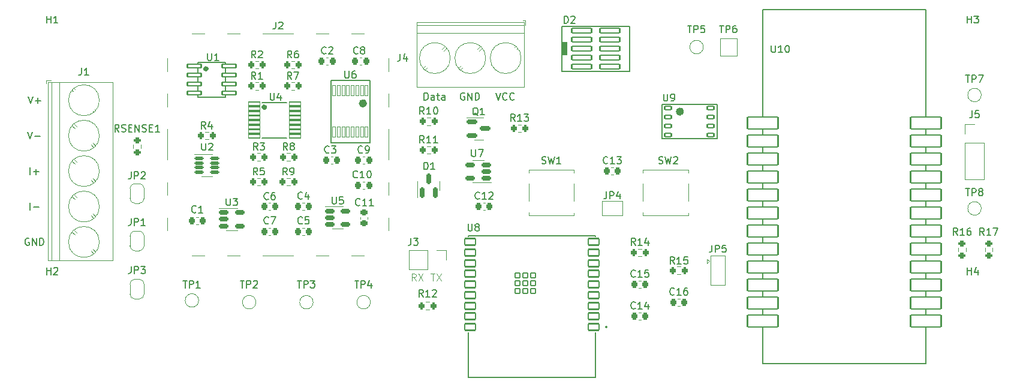
<source format=gto>
G04 #@! TF.GenerationSoftware,KiCad,Pcbnew,7.0.10*
G04 #@! TF.CreationDate,2024-03-08T00:31:45-08:00*
G04 #@! TF.ProjectId,Soil Power Sensor,536f696c-2050-46f7-9765-722053656e73,2.2.0*
G04 #@! TF.SameCoordinates,Original*
G04 #@! TF.FileFunction,Legend,Top*
G04 #@! TF.FilePolarity,Positive*
%FSLAX46Y46*%
G04 Gerber Fmt 4.6, Leading zero omitted, Abs format (unit mm)*
G04 Created by KiCad (PCBNEW 7.0.10) date 2024-03-08 00:31:45*
%MOMM*%
%LPD*%
G01*
G04 APERTURE LIST*
G04 Aperture macros list*
%AMRoundRect*
0 Rectangle with rounded corners*
0 $1 Rounding radius*
0 $2 $3 $4 $5 $6 $7 $8 $9 X,Y pos of 4 corners*
0 Add a 4 corners polygon primitive as box body*
4,1,4,$2,$3,$4,$5,$6,$7,$8,$9,$2,$3,0*
0 Add four circle primitives for the rounded corners*
1,1,$1+$1,$2,$3*
1,1,$1+$1,$4,$5*
1,1,$1+$1,$6,$7*
1,1,$1+$1,$8,$9*
0 Add four rect primitives between the rounded corners*
20,1,$1+$1,$2,$3,$4,$5,0*
20,1,$1+$1,$4,$5,$6,$7,0*
20,1,$1+$1,$6,$7,$8,$9,0*
20,1,$1+$1,$8,$9,$2,$3,0*%
%AMFreePoly0*
4,1,19,0.500000,-0.750000,0.000000,-0.750000,0.000000,-0.744911,-0.071157,-0.744911,-0.207708,-0.704816,-0.327430,-0.627875,-0.420627,-0.520320,-0.479746,-0.390866,-0.500000,-0.250000,-0.500000,0.250000,-0.479746,0.390866,-0.420627,0.520320,-0.327430,0.627875,-0.207708,0.704816,-0.071157,0.744911,0.000000,0.744911,0.000000,0.750000,0.500000,0.750000,0.500000,-0.750000,0.500000,-0.750000,
$1*%
%AMFreePoly1*
4,1,19,0.000000,0.744911,0.071157,0.744911,0.207708,0.704816,0.327430,0.627875,0.420627,0.520320,0.479746,0.390866,0.500000,0.250000,0.500000,-0.250000,0.479746,-0.390866,0.420627,-0.520320,0.327430,-0.627875,0.207708,-0.704816,0.071157,-0.744911,0.000000,-0.744911,0.000000,-0.750000,-0.500000,-0.750000,-0.500000,0.750000,0.000000,0.750000,0.000000,0.744911,0.000000,0.744911,
$1*%
G04 Aperture macros list end*
%ADD10C,0.100000*%
%ADD11C,0.150000*%
%ADD12C,0.120000*%
%ADD13C,0.152400*%
%ADD14C,0.558000*%
%ADD15C,0.600000*%
%ADD16C,0.127000*%
%ADD17C,0.200000*%
%ADD18R,2.000000X2.000000*%
%ADD19RoundRect,0.200000X0.200000X0.275000X-0.200000X0.275000X-0.200000X-0.275000X0.200000X-0.275000X0*%
%ADD20RoundRect,0.200000X-0.200000X-0.275000X0.200000X-0.275000X0.200000X0.275000X-0.200000X0.275000X0*%
%ADD21R,1.500000X1.000000*%
%ADD22R,1.000000X1.500000*%
%ADD23RoundRect,0.150000X0.512500X0.150000X-0.512500X0.150000X-0.512500X-0.150000X0.512500X-0.150000X0*%
%ADD24R,2.800000X1.000000*%
%ADD25RoundRect,0.150000X-0.587500X-0.150000X0.587500X-0.150000X0.587500X0.150000X-0.587500X0.150000X0*%
%ADD26R,2.600000X2.600000*%
%ADD27C,2.600000*%
%ADD28R,2.600000X1.000000*%
%ADD29R,1.000000X2.600000*%
%ADD30R,1.000000X2.300000*%
%ADD31R,2.300000X1.000000*%
%ADD32R,1.000000X1.000000*%
%ADD33C,5.700000*%
%ADD34C,3.600000*%
%ADD35RoundRect,0.150000X0.150000X-0.587500X0.150000X0.587500X-0.150000X0.587500X-0.150000X-0.587500X0*%
%ADD36C,1.500000*%
%ADD37RoundRect,0.225000X-0.225000X-0.250000X0.225000X-0.250000X0.225000X0.250000X-0.225000X0.250000X0*%
%ADD38RoundRect,0.225000X0.225000X0.250000X-0.225000X0.250000X-0.225000X-0.250000X0.225000X-0.250000X0*%
%ADD39R,1.700000X1.700000*%
%ADD40O,1.700000X1.700000*%
%ADD41RoundRect,0.101600X-0.450000X-0.250000X0.450000X-0.250000X0.450000X0.250000X-0.450000X0.250000X0*%
%ADD42RoundRect,0.101600X-0.990000X-0.265000X0.990000X-0.265000X0.990000X0.265000X-0.990000X0.265000X0*%
%ADD43RoundRect,0.125000X-0.537500X-0.125000X0.537500X-0.125000X0.537500X0.125000X-0.537500X0.125000X0*%
%ADD44RoundRect,0.101600X-2.150000X-0.825000X2.150000X-0.825000X2.150000X0.825000X-2.150000X0.825000X0*%
%ADD45RoundRect,0.150000X-0.512500X-0.150000X0.512500X-0.150000X0.512500X0.150000X-0.512500X0.150000X0*%
%ADD46RoundRect,0.102000X0.350000X0.350000X-0.350000X0.350000X-0.350000X-0.350000X0.350000X-0.350000X0*%
%ADD47RoundRect,0.102000X0.750000X0.450000X-0.750000X0.450000X-0.750000X-0.450000X0.750000X-0.450000X0*%
%ADD48RoundRect,0.200000X-0.275000X0.200000X-0.275000X-0.200000X0.275000X-0.200000X0.275000X0.200000X0*%
%ADD49FreePoly0,270.000000*%
%ADD50FreePoly1,270.000000*%
%ADD51RoundRect,0.076650X-0.809950X-0.229950X0.809950X-0.229950X0.809950X0.229950X-0.809950X0.229950X0*%
%ADD52RoundRect,0.101600X-1.385000X-0.325000X1.385000X-0.325000X1.385000X0.325000X-1.385000X0.325000X0*%
%ADD53FreePoly1,90.000000*%
%ADD54FreePoly0,90.000000*%
%ADD55RoundRect,0.225000X-0.250000X0.225000X-0.250000X-0.225000X0.250000X-0.225000X0.250000X0.225000X0*%
%ADD56RoundRect,0.200000X0.275000X-0.200000X0.275000X0.200000X-0.275000X0.200000X-0.275000X-0.200000X0*%
%ADD57RoundRect,0.050000X-0.225000X0.750000X-0.225000X-0.750000X0.225000X-0.750000X0.225000X0.750000X0*%
G04 APERTURE END LIST*
D10*
X169961027Y-83472419D02*
X170532455Y-83472419D01*
X170246741Y-84472419D02*
X170246741Y-83472419D01*
X170770551Y-83472419D02*
X171437217Y-84472419D01*
X171437217Y-83472419D02*
X170770551Y-84472419D01*
X167875312Y-84472419D02*
X167541979Y-83996228D01*
X167303884Y-84472419D02*
X167303884Y-83472419D01*
X167303884Y-83472419D02*
X167684836Y-83472419D01*
X167684836Y-83472419D02*
X167780074Y-83520038D01*
X167780074Y-83520038D02*
X167827693Y-83567657D01*
X167827693Y-83567657D02*
X167875312Y-83662895D01*
X167875312Y-83662895D02*
X167875312Y-83805752D01*
X167875312Y-83805752D02*
X167827693Y-83900990D01*
X167827693Y-83900990D02*
X167780074Y-83948609D01*
X167780074Y-83948609D02*
X167684836Y-83996228D01*
X167684836Y-83996228D02*
X167303884Y-83996228D01*
X168208646Y-83472419D02*
X168875312Y-84472419D01*
X168875312Y-83472419D02*
X168208646Y-84472419D01*
D11*
X113380953Y-74454819D02*
X113380953Y-73454819D01*
X113857143Y-74073866D02*
X114619048Y-74073866D01*
X113380953Y-69454819D02*
X113380953Y-68454819D01*
X113857143Y-69073866D02*
X114619048Y-69073866D01*
X114238095Y-69454819D02*
X114238095Y-68692914D01*
X113047619Y-63454819D02*
X113380952Y-64454819D01*
X113380952Y-64454819D02*
X113714285Y-63454819D01*
X114047619Y-64073866D02*
X114809524Y-64073866D01*
X174738095Y-58002438D02*
X174642857Y-57954819D01*
X174642857Y-57954819D02*
X174500000Y-57954819D01*
X174500000Y-57954819D02*
X174357143Y-58002438D01*
X174357143Y-58002438D02*
X174261905Y-58097676D01*
X174261905Y-58097676D02*
X174214286Y-58192914D01*
X174214286Y-58192914D02*
X174166667Y-58383390D01*
X174166667Y-58383390D02*
X174166667Y-58526247D01*
X174166667Y-58526247D02*
X174214286Y-58716723D01*
X174214286Y-58716723D02*
X174261905Y-58811961D01*
X174261905Y-58811961D02*
X174357143Y-58907200D01*
X174357143Y-58907200D02*
X174500000Y-58954819D01*
X174500000Y-58954819D02*
X174595238Y-58954819D01*
X174595238Y-58954819D02*
X174738095Y-58907200D01*
X174738095Y-58907200D02*
X174785714Y-58859580D01*
X174785714Y-58859580D02*
X174785714Y-58526247D01*
X174785714Y-58526247D02*
X174595238Y-58526247D01*
X175214286Y-58954819D02*
X175214286Y-57954819D01*
X175214286Y-57954819D02*
X175785714Y-58954819D01*
X175785714Y-58954819D02*
X175785714Y-57954819D01*
X176261905Y-58954819D02*
X176261905Y-57954819D01*
X176261905Y-57954819D02*
X176500000Y-57954819D01*
X176500000Y-57954819D02*
X176642857Y-58002438D01*
X176642857Y-58002438D02*
X176738095Y-58097676D01*
X176738095Y-58097676D02*
X176785714Y-58192914D01*
X176785714Y-58192914D02*
X176833333Y-58383390D01*
X176833333Y-58383390D02*
X176833333Y-58526247D01*
X176833333Y-58526247D02*
X176785714Y-58716723D01*
X176785714Y-58716723D02*
X176738095Y-58811961D01*
X176738095Y-58811961D02*
X176642857Y-58907200D01*
X176642857Y-58907200D02*
X176500000Y-58954819D01*
X176500000Y-58954819D02*
X176261905Y-58954819D01*
X113238095Y-78502438D02*
X113142857Y-78454819D01*
X113142857Y-78454819D02*
X113000000Y-78454819D01*
X113000000Y-78454819D02*
X112857143Y-78502438D01*
X112857143Y-78502438D02*
X112761905Y-78597676D01*
X112761905Y-78597676D02*
X112714286Y-78692914D01*
X112714286Y-78692914D02*
X112666667Y-78883390D01*
X112666667Y-78883390D02*
X112666667Y-79026247D01*
X112666667Y-79026247D02*
X112714286Y-79216723D01*
X112714286Y-79216723D02*
X112761905Y-79311961D01*
X112761905Y-79311961D02*
X112857143Y-79407200D01*
X112857143Y-79407200D02*
X113000000Y-79454819D01*
X113000000Y-79454819D02*
X113095238Y-79454819D01*
X113095238Y-79454819D02*
X113238095Y-79407200D01*
X113238095Y-79407200D02*
X113285714Y-79359580D01*
X113285714Y-79359580D02*
X113285714Y-79026247D01*
X113285714Y-79026247D02*
X113095238Y-79026247D01*
X113714286Y-79454819D02*
X113714286Y-78454819D01*
X113714286Y-78454819D02*
X114285714Y-79454819D01*
X114285714Y-79454819D02*
X114285714Y-78454819D01*
X114761905Y-79454819D02*
X114761905Y-78454819D01*
X114761905Y-78454819D02*
X115000000Y-78454819D01*
X115000000Y-78454819D02*
X115142857Y-78502438D01*
X115142857Y-78502438D02*
X115238095Y-78597676D01*
X115238095Y-78597676D02*
X115285714Y-78692914D01*
X115285714Y-78692914D02*
X115333333Y-78883390D01*
X115333333Y-78883390D02*
X115333333Y-79026247D01*
X115333333Y-79026247D02*
X115285714Y-79216723D01*
X115285714Y-79216723D02*
X115238095Y-79311961D01*
X115238095Y-79311961D02*
X115142857Y-79407200D01*
X115142857Y-79407200D02*
X115000000Y-79454819D01*
X115000000Y-79454819D02*
X114761905Y-79454819D01*
X113147619Y-58454819D02*
X113480952Y-59454819D01*
X113480952Y-59454819D02*
X113814285Y-58454819D01*
X114147619Y-59073866D02*
X114909524Y-59073866D01*
X114528571Y-59454819D02*
X114528571Y-58692914D01*
X179166667Y-57954819D02*
X179500000Y-58954819D01*
X179500000Y-58954819D02*
X179833333Y-57954819D01*
X180738095Y-58859580D02*
X180690476Y-58907200D01*
X180690476Y-58907200D02*
X180547619Y-58954819D01*
X180547619Y-58954819D02*
X180452381Y-58954819D01*
X180452381Y-58954819D02*
X180309524Y-58907200D01*
X180309524Y-58907200D02*
X180214286Y-58811961D01*
X180214286Y-58811961D02*
X180166667Y-58716723D01*
X180166667Y-58716723D02*
X180119048Y-58526247D01*
X180119048Y-58526247D02*
X180119048Y-58383390D01*
X180119048Y-58383390D02*
X180166667Y-58192914D01*
X180166667Y-58192914D02*
X180214286Y-58097676D01*
X180214286Y-58097676D02*
X180309524Y-58002438D01*
X180309524Y-58002438D02*
X180452381Y-57954819D01*
X180452381Y-57954819D02*
X180547619Y-57954819D01*
X180547619Y-57954819D02*
X180690476Y-58002438D01*
X180690476Y-58002438D02*
X180738095Y-58050057D01*
X181738095Y-58859580D02*
X181690476Y-58907200D01*
X181690476Y-58907200D02*
X181547619Y-58954819D01*
X181547619Y-58954819D02*
X181452381Y-58954819D01*
X181452381Y-58954819D02*
X181309524Y-58907200D01*
X181309524Y-58907200D02*
X181214286Y-58811961D01*
X181214286Y-58811961D02*
X181166667Y-58716723D01*
X181166667Y-58716723D02*
X181119048Y-58526247D01*
X181119048Y-58526247D02*
X181119048Y-58383390D01*
X181119048Y-58383390D02*
X181166667Y-58192914D01*
X181166667Y-58192914D02*
X181214286Y-58097676D01*
X181214286Y-58097676D02*
X181309524Y-58002438D01*
X181309524Y-58002438D02*
X181452381Y-57954819D01*
X181452381Y-57954819D02*
X181547619Y-57954819D01*
X181547619Y-57954819D02*
X181690476Y-58002438D01*
X181690476Y-58002438D02*
X181738095Y-58050057D01*
X169047619Y-58954819D02*
X169047619Y-57954819D01*
X169047619Y-57954819D02*
X169285714Y-57954819D01*
X169285714Y-57954819D02*
X169428571Y-58002438D01*
X169428571Y-58002438D02*
X169523809Y-58097676D01*
X169523809Y-58097676D02*
X169571428Y-58192914D01*
X169571428Y-58192914D02*
X169619047Y-58383390D01*
X169619047Y-58383390D02*
X169619047Y-58526247D01*
X169619047Y-58526247D02*
X169571428Y-58716723D01*
X169571428Y-58716723D02*
X169523809Y-58811961D01*
X169523809Y-58811961D02*
X169428571Y-58907200D01*
X169428571Y-58907200D02*
X169285714Y-58954819D01*
X169285714Y-58954819D02*
X169047619Y-58954819D01*
X170476190Y-58954819D02*
X170476190Y-58431009D01*
X170476190Y-58431009D02*
X170428571Y-58335771D01*
X170428571Y-58335771D02*
X170333333Y-58288152D01*
X170333333Y-58288152D02*
X170142857Y-58288152D01*
X170142857Y-58288152D02*
X170047619Y-58335771D01*
X170476190Y-58907200D02*
X170380952Y-58954819D01*
X170380952Y-58954819D02*
X170142857Y-58954819D01*
X170142857Y-58954819D02*
X170047619Y-58907200D01*
X170047619Y-58907200D02*
X170000000Y-58811961D01*
X170000000Y-58811961D02*
X170000000Y-58716723D01*
X170000000Y-58716723D02*
X170047619Y-58621485D01*
X170047619Y-58621485D02*
X170142857Y-58573866D01*
X170142857Y-58573866D02*
X170380952Y-58573866D01*
X170380952Y-58573866D02*
X170476190Y-58526247D01*
X170809524Y-58288152D02*
X171190476Y-58288152D01*
X170952381Y-57954819D02*
X170952381Y-58811961D01*
X170952381Y-58811961D02*
X171000000Y-58907200D01*
X171000000Y-58907200D02*
X171095238Y-58954819D01*
X171095238Y-58954819D02*
X171190476Y-58954819D01*
X171952381Y-58954819D02*
X171952381Y-58431009D01*
X171952381Y-58431009D02*
X171904762Y-58335771D01*
X171904762Y-58335771D02*
X171809524Y-58288152D01*
X171809524Y-58288152D02*
X171619048Y-58288152D01*
X171619048Y-58288152D02*
X171523810Y-58335771D01*
X171952381Y-58907200D02*
X171857143Y-58954819D01*
X171857143Y-58954819D02*
X171619048Y-58954819D01*
X171619048Y-58954819D02*
X171523810Y-58907200D01*
X171523810Y-58907200D02*
X171476191Y-58811961D01*
X171476191Y-58811961D02*
X171476191Y-58716723D01*
X171476191Y-58716723D02*
X171523810Y-58621485D01*
X171523810Y-58621485D02*
X171619048Y-58573866D01*
X171619048Y-58573866D02*
X171857143Y-58573866D01*
X171857143Y-58573866D02*
X171952381Y-58526247D01*
X210738095Y-48454819D02*
X211309523Y-48454819D01*
X211023809Y-49454819D02*
X211023809Y-48454819D01*
X211642857Y-49454819D02*
X211642857Y-48454819D01*
X211642857Y-48454819D02*
X212023809Y-48454819D01*
X212023809Y-48454819D02*
X212119047Y-48502438D01*
X212119047Y-48502438D02*
X212166666Y-48550057D01*
X212166666Y-48550057D02*
X212214285Y-48645295D01*
X212214285Y-48645295D02*
X212214285Y-48788152D01*
X212214285Y-48788152D02*
X212166666Y-48883390D01*
X212166666Y-48883390D02*
X212119047Y-48931009D01*
X212119047Y-48931009D02*
X212023809Y-48978628D01*
X212023809Y-48978628D02*
X211642857Y-48978628D01*
X213071428Y-48454819D02*
X212880952Y-48454819D01*
X212880952Y-48454819D02*
X212785714Y-48502438D01*
X212785714Y-48502438D02*
X212738095Y-48550057D01*
X212738095Y-48550057D02*
X212642857Y-48692914D01*
X212642857Y-48692914D02*
X212595238Y-48883390D01*
X212595238Y-48883390D02*
X212595238Y-49264342D01*
X212595238Y-49264342D02*
X212642857Y-49359580D01*
X212642857Y-49359580D02*
X212690476Y-49407200D01*
X212690476Y-49407200D02*
X212785714Y-49454819D01*
X212785714Y-49454819D02*
X212976190Y-49454819D01*
X212976190Y-49454819D02*
X213071428Y-49407200D01*
X213071428Y-49407200D02*
X213119047Y-49359580D01*
X213119047Y-49359580D02*
X213166666Y-49264342D01*
X213166666Y-49264342D02*
X213166666Y-49026247D01*
X213166666Y-49026247D02*
X213119047Y-48931009D01*
X213119047Y-48931009D02*
X213071428Y-48883390D01*
X213071428Y-48883390D02*
X212976190Y-48835771D01*
X212976190Y-48835771D02*
X212785714Y-48835771D01*
X212785714Y-48835771D02*
X212690476Y-48883390D01*
X212690476Y-48883390D02*
X212642857Y-48931009D01*
X212642857Y-48931009D02*
X212595238Y-49026247D01*
X181857142Y-61954819D02*
X181523809Y-61478628D01*
X181285714Y-61954819D02*
X181285714Y-60954819D01*
X181285714Y-60954819D02*
X181666666Y-60954819D01*
X181666666Y-60954819D02*
X181761904Y-61002438D01*
X181761904Y-61002438D02*
X181809523Y-61050057D01*
X181809523Y-61050057D02*
X181857142Y-61145295D01*
X181857142Y-61145295D02*
X181857142Y-61288152D01*
X181857142Y-61288152D02*
X181809523Y-61383390D01*
X181809523Y-61383390D02*
X181761904Y-61431009D01*
X181761904Y-61431009D02*
X181666666Y-61478628D01*
X181666666Y-61478628D02*
X181285714Y-61478628D01*
X182809523Y-61954819D02*
X182238095Y-61954819D01*
X182523809Y-61954819D02*
X182523809Y-60954819D01*
X182523809Y-60954819D02*
X182428571Y-61097676D01*
X182428571Y-61097676D02*
X182333333Y-61192914D01*
X182333333Y-61192914D02*
X182238095Y-61240533D01*
X183142857Y-60954819D02*
X183761904Y-60954819D01*
X183761904Y-60954819D02*
X183428571Y-61335771D01*
X183428571Y-61335771D02*
X183571428Y-61335771D01*
X183571428Y-61335771D02*
X183666666Y-61383390D01*
X183666666Y-61383390D02*
X183714285Y-61431009D01*
X183714285Y-61431009D02*
X183761904Y-61526247D01*
X183761904Y-61526247D02*
X183761904Y-61764342D01*
X183761904Y-61764342D02*
X183714285Y-61859580D01*
X183714285Y-61859580D02*
X183666666Y-61907200D01*
X183666666Y-61907200D02*
X183571428Y-61954819D01*
X183571428Y-61954819D02*
X183285714Y-61954819D01*
X183285714Y-61954819D02*
X183190476Y-61907200D01*
X183190476Y-61907200D02*
X183142857Y-61859580D01*
X169032142Y-60954819D02*
X168698809Y-60478628D01*
X168460714Y-60954819D02*
X168460714Y-59954819D01*
X168460714Y-59954819D02*
X168841666Y-59954819D01*
X168841666Y-59954819D02*
X168936904Y-60002438D01*
X168936904Y-60002438D02*
X168984523Y-60050057D01*
X168984523Y-60050057D02*
X169032142Y-60145295D01*
X169032142Y-60145295D02*
X169032142Y-60288152D01*
X169032142Y-60288152D02*
X168984523Y-60383390D01*
X168984523Y-60383390D02*
X168936904Y-60431009D01*
X168936904Y-60431009D02*
X168841666Y-60478628D01*
X168841666Y-60478628D02*
X168460714Y-60478628D01*
X169984523Y-60954819D02*
X169413095Y-60954819D01*
X169698809Y-60954819D02*
X169698809Y-59954819D01*
X169698809Y-59954819D02*
X169603571Y-60097676D01*
X169603571Y-60097676D02*
X169508333Y-60192914D01*
X169508333Y-60192914D02*
X169413095Y-60240533D01*
X170603571Y-59954819D02*
X170698809Y-59954819D01*
X170698809Y-59954819D02*
X170794047Y-60002438D01*
X170794047Y-60002438D02*
X170841666Y-60050057D01*
X170841666Y-60050057D02*
X170889285Y-60145295D01*
X170889285Y-60145295D02*
X170936904Y-60335771D01*
X170936904Y-60335771D02*
X170936904Y-60573866D01*
X170936904Y-60573866D02*
X170889285Y-60764342D01*
X170889285Y-60764342D02*
X170841666Y-60859580D01*
X170841666Y-60859580D02*
X170794047Y-60907200D01*
X170794047Y-60907200D02*
X170698809Y-60954819D01*
X170698809Y-60954819D02*
X170603571Y-60954819D01*
X170603571Y-60954819D02*
X170508333Y-60907200D01*
X170508333Y-60907200D02*
X170460714Y-60859580D01*
X170460714Y-60859580D02*
X170413095Y-60764342D01*
X170413095Y-60764342D02*
X170365476Y-60573866D01*
X170365476Y-60573866D02*
X170365476Y-60335771D01*
X170365476Y-60335771D02*
X170413095Y-60145295D01*
X170413095Y-60145295D02*
X170460714Y-60050057D01*
X170460714Y-60050057D02*
X170508333Y-60002438D01*
X170508333Y-60002438D02*
X170603571Y-59954819D01*
X169032142Y-65024819D02*
X168698809Y-64548628D01*
X168460714Y-65024819D02*
X168460714Y-64024819D01*
X168460714Y-64024819D02*
X168841666Y-64024819D01*
X168841666Y-64024819D02*
X168936904Y-64072438D01*
X168936904Y-64072438D02*
X168984523Y-64120057D01*
X168984523Y-64120057D02*
X169032142Y-64215295D01*
X169032142Y-64215295D02*
X169032142Y-64358152D01*
X169032142Y-64358152D02*
X168984523Y-64453390D01*
X168984523Y-64453390D02*
X168936904Y-64501009D01*
X168936904Y-64501009D02*
X168841666Y-64548628D01*
X168841666Y-64548628D02*
X168460714Y-64548628D01*
X169984523Y-65024819D02*
X169413095Y-65024819D01*
X169698809Y-65024819D02*
X169698809Y-64024819D01*
X169698809Y-64024819D02*
X169603571Y-64167676D01*
X169603571Y-64167676D02*
X169508333Y-64262914D01*
X169508333Y-64262914D02*
X169413095Y-64310533D01*
X170936904Y-65024819D02*
X170365476Y-65024819D01*
X170651190Y-65024819D02*
X170651190Y-64024819D01*
X170651190Y-64024819D02*
X170555952Y-64167676D01*
X170555952Y-64167676D02*
X170460714Y-64262914D01*
X170460714Y-64262914D02*
X170365476Y-64310533D01*
X209666666Y-79454819D02*
X209666666Y-80169104D01*
X209666666Y-80169104D02*
X209619047Y-80311961D01*
X209619047Y-80311961D02*
X209523809Y-80407200D01*
X209523809Y-80407200D02*
X209380952Y-80454819D01*
X209380952Y-80454819D02*
X209285714Y-80454819D01*
X210142857Y-80454819D02*
X210142857Y-79454819D01*
X210142857Y-79454819D02*
X210523809Y-79454819D01*
X210523809Y-79454819D02*
X210619047Y-79502438D01*
X210619047Y-79502438D02*
X210666666Y-79550057D01*
X210666666Y-79550057D02*
X210714285Y-79645295D01*
X210714285Y-79645295D02*
X210714285Y-79788152D01*
X210714285Y-79788152D02*
X210666666Y-79883390D01*
X210666666Y-79883390D02*
X210619047Y-79931009D01*
X210619047Y-79931009D02*
X210523809Y-79978628D01*
X210523809Y-79978628D02*
X210142857Y-79978628D01*
X211619047Y-79454819D02*
X211142857Y-79454819D01*
X211142857Y-79454819D02*
X211095238Y-79931009D01*
X211095238Y-79931009D02*
X211142857Y-79883390D01*
X211142857Y-79883390D02*
X211238095Y-79835771D01*
X211238095Y-79835771D02*
X211476190Y-79835771D01*
X211476190Y-79835771D02*
X211571428Y-79883390D01*
X211571428Y-79883390D02*
X211619047Y-79931009D01*
X211619047Y-79931009D02*
X211666666Y-80026247D01*
X211666666Y-80026247D02*
X211666666Y-80264342D01*
X211666666Y-80264342D02*
X211619047Y-80359580D01*
X211619047Y-80359580D02*
X211571428Y-80407200D01*
X211571428Y-80407200D02*
X211476190Y-80454819D01*
X211476190Y-80454819D02*
X211238095Y-80454819D01*
X211238095Y-80454819D02*
X211142857Y-80407200D01*
X211142857Y-80407200D02*
X211095238Y-80359580D01*
X194766666Y-71904819D02*
X194766666Y-72619104D01*
X194766666Y-72619104D02*
X194719047Y-72761961D01*
X194719047Y-72761961D02*
X194623809Y-72857200D01*
X194623809Y-72857200D02*
X194480952Y-72904819D01*
X194480952Y-72904819D02*
X194385714Y-72904819D01*
X195242857Y-72904819D02*
X195242857Y-71904819D01*
X195242857Y-71904819D02*
X195623809Y-71904819D01*
X195623809Y-71904819D02*
X195719047Y-71952438D01*
X195719047Y-71952438D02*
X195766666Y-72000057D01*
X195766666Y-72000057D02*
X195814285Y-72095295D01*
X195814285Y-72095295D02*
X195814285Y-72238152D01*
X195814285Y-72238152D02*
X195766666Y-72333390D01*
X195766666Y-72333390D02*
X195719047Y-72381009D01*
X195719047Y-72381009D02*
X195623809Y-72428628D01*
X195623809Y-72428628D02*
X195242857Y-72428628D01*
X196671428Y-72238152D02*
X196671428Y-72904819D01*
X196433333Y-71857200D02*
X196195238Y-72571485D01*
X196195238Y-72571485D02*
X196814285Y-72571485D01*
X175738095Y-65954819D02*
X175738095Y-66764342D01*
X175738095Y-66764342D02*
X175785714Y-66859580D01*
X175785714Y-66859580D02*
X175833333Y-66907200D01*
X175833333Y-66907200D02*
X175928571Y-66954819D01*
X175928571Y-66954819D02*
X176119047Y-66954819D01*
X176119047Y-66954819D02*
X176214285Y-66907200D01*
X176214285Y-66907200D02*
X176261904Y-66859580D01*
X176261904Y-66859580D02*
X176309523Y-66764342D01*
X176309523Y-66764342D02*
X176309523Y-65954819D01*
X176690476Y-65954819D02*
X177357142Y-65954819D01*
X177357142Y-65954819D02*
X176928571Y-66954819D01*
X185666667Y-67907200D02*
X185809524Y-67954819D01*
X185809524Y-67954819D02*
X186047619Y-67954819D01*
X186047619Y-67954819D02*
X186142857Y-67907200D01*
X186142857Y-67907200D02*
X186190476Y-67859580D01*
X186190476Y-67859580D02*
X186238095Y-67764342D01*
X186238095Y-67764342D02*
X186238095Y-67669104D01*
X186238095Y-67669104D02*
X186190476Y-67573866D01*
X186190476Y-67573866D02*
X186142857Y-67526247D01*
X186142857Y-67526247D02*
X186047619Y-67478628D01*
X186047619Y-67478628D02*
X185857143Y-67431009D01*
X185857143Y-67431009D02*
X185761905Y-67383390D01*
X185761905Y-67383390D02*
X185714286Y-67335771D01*
X185714286Y-67335771D02*
X185666667Y-67240533D01*
X185666667Y-67240533D02*
X185666667Y-67145295D01*
X185666667Y-67145295D02*
X185714286Y-67050057D01*
X185714286Y-67050057D02*
X185761905Y-67002438D01*
X185761905Y-67002438D02*
X185857143Y-66954819D01*
X185857143Y-66954819D02*
X186095238Y-66954819D01*
X186095238Y-66954819D02*
X186238095Y-67002438D01*
X186571429Y-66954819D02*
X186809524Y-67954819D01*
X186809524Y-67954819D02*
X187000000Y-67240533D01*
X187000000Y-67240533D02*
X187190476Y-67954819D01*
X187190476Y-67954819D02*
X187428572Y-66954819D01*
X188333333Y-67954819D02*
X187761905Y-67954819D01*
X188047619Y-67954819D02*
X188047619Y-66954819D01*
X188047619Y-66954819D02*
X187952381Y-67097676D01*
X187952381Y-67097676D02*
X187857143Y-67192914D01*
X187857143Y-67192914D02*
X187761905Y-67240533D01*
X202166667Y-67907200D02*
X202309524Y-67954819D01*
X202309524Y-67954819D02*
X202547619Y-67954819D01*
X202547619Y-67954819D02*
X202642857Y-67907200D01*
X202642857Y-67907200D02*
X202690476Y-67859580D01*
X202690476Y-67859580D02*
X202738095Y-67764342D01*
X202738095Y-67764342D02*
X202738095Y-67669104D01*
X202738095Y-67669104D02*
X202690476Y-67573866D01*
X202690476Y-67573866D02*
X202642857Y-67526247D01*
X202642857Y-67526247D02*
X202547619Y-67478628D01*
X202547619Y-67478628D02*
X202357143Y-67431009D01*
X202357143Y-67431009D02*
X202261905Y-67383390D01*
X202261905Y-67383390D02*
X202214286Y-67335771D01*
X202214286Y-67335771D02*
X202166667Y-67240533D01*
X202166667Y-67240533D02*
X202166667Y-67145295D01*
X202166667Y-67145295D02*
X202214286Y-67050057D01*
X202214286Y-67050057D02*
X202261905Y-67002438D01*
X202261905Y-67002438D02*
X202357143Y-66954819D01*
X202357143Y-66954819D02*
X202595238Y-66954819D01*
X202595238Y-66954819D02*
X202738095Y-67002438D01*
X203071429Y-66954819D02*
X203309524Y-67954819D01*
X203309524Y-67954819D02*
X203500000Y-67240533D01*
X203500000Y-67240533D02*
X203690476Y-67954819D01*
X203690476Y-67954819D02*
X203928572Y-66954819D01*
X204261905Y-67050057D02*
X204309524Y-67002438D01*
X204309524Y-67002438D02*
X204404762Y-66954819D01*
X204404762Y-66954819D02*
X204642857Y-66954819D01*
X204642857Y-66954819D02*
X204738095Y-67002438D01*
X204738095Y-67002438D02*
X204785714Y-67050057D01*
X204785714Y-67050057D02*
X204833333Y-67145295D01*
X204833333Y-67145295D02*
X204833333Y-67240533D01*
X204833333Y-67240533D02*
X204785714Y-67383390D01*
X204785714Y-67383390D02*
X204214286Y-67954819D01*
X204214286Y-67954819D02*
X204833333Y-67954819D01*
X176642261Y-61150057D02*
X176547023Y-61102438D01*
X176547023Y-61102438D02*
X176451785Y-61007200D01*
X176451785Y-61007200D02*
X176308928Y-60864342D01*
X176308928Y-60864342D02*
X176213690Y-60816723D01*
X176213690Y-60816723D02*
X176118452Y-60816723D01*
X176166071Y-61054819D02*
X176070833Y-61007200D01*
X176070833Y-61007200D02*
X175975595Y-60911961D01*
X175975595Y-60911961D02*
X175927976Y-60721485D01*
X175927976Y-60721485D02*
X175927976Y-60388152D01*
X175927976Y-60388152D02*
X175975595Y-60197676D01*
X175975595Y-60197676D02*
X176070833Y-60102438D01*
X176070833Y-60102438D02*
X176166071Y-60054819D01*
X176166071Y-60054819D02*
X176356547Y-60054819D01*
X176356547Y-60054819D02*
X176451785Y-60102438D01*
X176451785Y-60102438D02*
X176547023Y-60197676D01*
X176547023Y-60197676D02*
X176594642Y-60388152D01*
X176594642Y-60388152D02*
X176594642Y-60721485D01*
X176594642Y-60721485D02*
X176547023Y-60911961D01*
X176547023Y-60911961D02*
X176451785Y-61007200D01*
X176451785Y-61007200D02*
X176356547Y-61054819D01*
X176356547Y-61054819D02*
X176166071Y-61054819D01*
X177547023Y-61054819D02*
X176975595Y-61054819D01*
X177261309Y-61054819D02*
X177261309Y-60054819D01*
X177261309Y-60054819D02*
X177166071Y-60197676D01*
X177166071Y-60197676D02*
X177070833Y-60292914D01*
X177070833Y-60292914D02*
X176975595Y-60340533D01*
X165666666Y-52454819D02*
X165666666Y-53169104D01*
X165666666Y-53169104D02*
X165619047Y-53311961D01*
X165619047Y-53311961D02*
X165523809Y-53407200D01*
X165523809Y-53407200D02*
X165380952Y-53454819D01*
X165380952Y-53454819D02*
X165285714Y-53454819D01*
X166571428Y-52788152D02*
X166571428Y-53454819D01*
X166333333Y-52407200D02*
X166095238Y-53121485D01*
X166095238Y-53121485D02*
X166714285Y-53121485D01*
X148075121Y-47954819D02*
X148075121Y-48669104D01*
X148075121Y-48669104D02*
X148027502Y-48811961D01*
X148027502Y-48811961D02*
X147932264Y-48907200D01*
X147932264Y-48907200D02*
X147789407Y-48954819D01*
X147789407Y-48954819D02*
X147694169Y-48954819D01*
X148503693Y-48050057D02*
X148551312Y-48002438D01*
X148551312Y-48002438D02*
X148646550Y-47954819D01*
X148646550Y-47954819D02*
X148884645Y-47954819D01*
X148884645Y-47954819D02*
X148979883Y-48002438D01*
X148979883Y-48002438D02*
X149027502Y-48050057D01*
X149027502Y-48050057D02*
X149075121Y-48145295D01*
X149075121Y-48145295D02*
X149075121Y-48240533D01*
X149075121Y-48240533D02*
X149027502Y-48383390D01*
X149027502Y-48383390D02*
X148456074Y-48954819D01*
X148456074Y-48954819D02*
X149075121Y-48954819D01*
X120666666Y-54454819D02*
X120666666Y-55169104D01*
X120666666Y-55169104D02*
X120619047Y-55311961D01*
X120619047Y-55311961D02*
X120523809Y-55407200D01*
X120523809Y-55407200D02*
X120380952Y-55454819D01*
X120380952Y-55454819D02*
X120285714Y-55454819D01*
X121666666Y-55454819D02*
X121095238Y-55454819D01*
X121380952Y-55454819D02*
X121380952Y-54454819D01*
X121380952Y-54454819D02*
X121285714Y-54597676D01*
X121285714Y-54597676D02*
X121190476Y-54692914D01*
X121190476Y-54692914D02*
X121095238Y-54740533D01*
X245738095Y-83604819D02*
X245738095Y-82604819D01*
X245738095Y-83081009D02*
X246309523Y-83081009D01*
X246309523Y-83604819D02*
X246309523Y-82604819D01*
X247214285Y-82938152D02*
X247214285Y-83604819D01*
X246976190Y-82557200D02*
X246738095Y-83271485D01*
X246738095Y-83271485D02*
X247357142Y-83271485D01*
X245738095Y-48104819D02*
X245738095Y-47104819D01*
X245738095Y-47581009D02*
X246309523Y-47581009D01*
X246309523Y-48104819D02*
X246309523Y-47104819D01*
X246690476Y-47104819D02*
X247309523Y-47104819D01*
X247309523Y-47104819D02*
X246976190Y-47485771D01*
X246976190Y-47485771D02*
X247119047Y-47485771D01*
X247119047Y-47485771D02*
X247214285Y-47533390D01*
X247214285Y-47533390D02*
X247261904Y-47581009D01*
X247261904Y-47581009D02*
X247309523Y-47676247D01*
X247309523Y-47676247D02*
X247309523Y-47914342D01*
X247309523Y-47914342D02*
X247261904Y-48009580D01*
X247261904Y-48009580D02*
X247214285Y-48057200D01*
X247214285Y-48057200D02*
X247119047Y-48104819D01*
X247119047Y-48104819D02*
X246833333Y-48104819D01*
X246833333Y-48104819D02*
X246738095Y-48057200D01*
X246738095Y-48057200D02*
X246690476Y-48009580D01*
X115738095Y-83604819D02*
X115738095Y-82604819D01*
X115738095Y-83081009D02*
X116309523Y-83081009D01*
X116309523Y-83604819D02*
X116309523Y-82604819D01*
X116738095Y-82700057D02*
X116785714Y-82652438D01*
X116785714Y-82652438D02*
X116880952Y-82604819D01*
X116880952Y-82604819D02*
X117119047Y-82604819D01*
X117119047Y-82604819D02*
X117214285Y-82652438D01*
X117214285Y-82652438D02*
X117261904Y-82700057D01*
X117261904Y-82700057D02*
X117309523Y-82795295D01*
X117309523Y-82795295D02*
X117309523Y-82890533D01*
X117309523Y-82890533D02*
X117261904Y-83033390D01*
X117261904Y-83033390D02*
X116690476Y-83604819D01*
X116690476Y-83604819D02*
X117309523Y-83604819D01*
X115738095Y-48104819D02*
X115738095Y-47104819D01*
X115738095Y-47581009D02*
X116309523Y-47581009D01*
X116309523Y-48104819D02*
X116309523Y-47104819D01*
X117309523Y-48104819D02*
X116738095Y-48104819D01*
X117023809Y-48104819D02*
X117023809Y-47104819D01*
X117023809Y-47104819D02*
X116928571Y-47247676D01*
X116928571Y-47247676D02*
X116833333Y-47342914D01*
X116833333Y-47342914D02*
X116738095Y-47390533D01*
X169011905Y-68767319D02*
X169011905Y-67767319D01*
X169011905Y-67767319D02*
X169250000Y-67767319D01*
X169250000Y-67767319D02*
X169392857Y-67814938D01*
X169392857Y-67814938D02*
X169488095Y-67910176D01*
X169488095Y-67910176D02*
X169535714Y-68005414D01*
X169535714Y-68005414D02*
X169583333Y-68195890D01*
X169583333Y-68195890D02*
X169583333Y-68338747D01*
X169583333Y-68338747D02*
X169535714Y-68529223D01*
X169535714Y-68529223D02*
X169488095Y-68624461D01*
X169488095Y-68624461D02*
X169392857Y-68719700D01*
X169392857Y-68719700D02*
X169250000Y-68767319D01*
X169250000Y-68767319D02*
X169011905Y-68767319D01*
X170535714Y-68767319D02*
X169964286Y-68767319D01*
X170250000Y-68767319D02*
X170250000Y-67767319D01*
X170250000Y-67767319D02*
X170154762Y-67910176D01*
X170154762Y-67910176D02*
X170059524Y-68005414D01*
X170059524Y-68005414D02*
X169964286Y-68053033D01*
X206238095Y-48454819D02*
X206809523Y-48454819D01*
X206523809Y-49454819D02*
X206523809Y-48454819D01*
X207142857Y-49454819D02*
X207142857Y-48454819D01*
X207142857Y-48454819D02*
X207523809Y-48454819D01*
X207523809Y-48454819D02*
X207619047Y-48502438D01*
X207619047Y-48502438D02*
X207666666Y-48550057D01*
X207666666Y-48550057D02*
X207714285Y-48645295D01*
X207714285Y-48645295D02*
X207714285Y-48788152D01*
X207714285Y-48788152D02*
X207666666Y-48883390D01*
X207666666Y-48883390D02*
X207619047Y-48931009D01*
X207619047Y-48931009D02*
X207523809Y-48978628D01*
X207523809Y-48978628D02*
X207142857Y-48978628D01*
X208619047Y-48454819D02*
X208142857Y-48454819D01*
X208142857Y-48454819D02*
X208095238Y-48931009D01*
X208095238Y-48931009D02*
X208142857Y-48883390D01*
X208142857Y-48883390D02*
X208238095Y-48835771D01*
X208238095Y-48835771D02*
X208476190Y-48835771D01*
X208476190Y-48835771D02*
X208571428Y-48883390D01*
X208571428Y-48883390D02*
X208619047Y-48931009D01*
X208619047Y-48931009D02*
X208666666Y-49026247D01*
X208666666Y-49026247D02*
X208666666Y-49264342D01*
X208666666Y-49264342D02*
X208619047Y-49359580D01*
X208619047Y-49359580D02*
X208571428Y-49407200D01*
X208571428Y-49407200D02*
X208476190Y-49454819D01*
X208476190Y-49454819D02*
X208238095Y-49454819D01*
X208238095Y-49454819D02*
X208142857Y-49407200D01*
X208142857Y-49407200D02*
X208095238Y-49359580D01*
X150333333Y-56024819D02*
X150000000Y-55548628D01*
X149761905Y-56024819D02*
X149761905Y-55024819D01*
X149761905Y-55024819D02*
X150142857Y-55024819D01*
X150142857Y-55024819D02*
X150238095Y-55072438D01*
X150238095Y-55072438D02*
X150285714Y-55120057D01*
X150285714Y-55120057D02*
X150333333Y-55215295D01*
X150333333Y-55215295D02*
X150333333Y-55358152D01*
X150333333Y-55358152D02*
X150285714Y-55453390D01*
X150285714Y-55453390D02*
X150238095Y-55501009D01*
X150238095Y-55501009D02*
X150142857Y-55548628D01*
X150142857Y-55548628D02*
X149761905Y-55548628D01*
X150666667Y-55024819D02*
X151333333Y-55024819D01*
X151333333Y-55024819D02*
X150904762Y-56024819D01*
X160333333Y-66359580D02*
X160285714Y-66407200D01*
X160285714Y-66407200D02*
X160142857Y-66454819D01*
X160142857Y-66454819D02*
X160047619Y-66454819D01*
X160047619Y-66454819D02*
X159904762Y-66407200D01*
X159904762Y-66407200D02*
X159809524Y-66311961D01*
X159809524Y-66311961D02*
X159761905Y-66216723D01*
X159761905Y-66216723D02*
X159714286Y-66026247D01*
X159714286Y-66026247D02*
X159714286Y-65883390D01*
X159714286Y-65883390D02*
X159761905Y-65692914D01*
X159761905Y-65692914D02*
X159809524Y-65597676D01*
X159809524Y-65597676D02*
X159904762Y-65502438D01*
X159904762Y-65502438D02*
X160047619Y-65454819D01*
X160047619Y-65454819D02*
X160142857Y-65454819D01*
X160142857Y-65454819D02*
X160285714Y-65502438D01*
X160285714Y-65502438D02*
X160333333Y-65550057D01*
X160809524Y-66454819D02*
X161000000Y-66454819D01*
X161000000Y-66454819D02*
X161095238Y-66407200D01*
X161095238Y-66407200D02*
X161142857Y-66359580D01*
X161142857Y-66359580D02*
X161238095Y-66216723D01*
X161238095Y-66216723D02*
X161285714Y-66026247D01*
X161285714Y-66026247D02*
X161285714Y-65645295D01*
X161285714Y-65645295D02*
X161238095Y-65550057D01*
X161238095Y-65550057D02*
X161190476Y-65502438D01*
X161190476Y-65502438D02*
X161095238Y-65454819D01*
X161095238Y-65454819D02*
X160904762Y-65454819D01*
X160904762Y-65454819D02*
X160809524Y-65502438D01*
X160809524Y-65502438D02*
X160761905Y-65550057D01*
X160761905Y-65550057D02*
X160714286Y-65645295D01*
X160714286Y-65645295D02*
X160714286Y-65883390D01*
X160714286Y-65883390D02*
X160761905Y-65978628D01*
X160761905Y-65978628D02*
X160809524Y-66026247D01*
X160809524Y-66026247D02*
X160904762Y-66073866D01*
X160904762Y-66073866D02*
X161095238Y-66073866D01*
X161095238Y-66073866D02*
X161190476Y-66026247D01*
X161190476Y-66026247D02*
X161238095Y-65978628D01*
X161238095Y-65978628D02*
X161285714Y-65883390D01*
X151833333Y-72859580D02*
X151785714Y-72907200D01*
X151785714Y-72907200D02*
X151642857Y-72954819D01*
X151642857Y-72954819D02*
X151547619Y-72954819D01*
X151547619Y-72954819D02*
X151404762Y-72907200D01*
X151404762Y-72907200D02*
X151309524Y-72811961D01*
X151309524Y-72811961D02*
X151261905Y-72716723D01*
X151261905Y-72716723D02*
X151214286Y-72526247D01*
X151214286Y-72526247D02*
X151214286Y-72383390D01*
X151214286Y-72383390D02*
X151261905Y-72192914D01*
X151261905Y-72192914D02*
X151309524Y-72097676D01*
X151309524Y-72097676D02*
X151404762Y-72002438D01*
X151404762Y-72002438D02*
X151547619Y-71954819D01*
X151547619Y-71954819D02*
X151642857Y-71954819D01*
X151642857Y-71954819D02*
X151785714Y-72002438D01*
X151785714Y-72002438D02*
X151833333Y-72050057D01*
X152690476Y-72288152D02*
X152690476Y-72954819D01*
X152452381Y-71907200D02*
X152214286Y-72621485D01*
X152214286Y-72621485D02*
X152833333Y-72621485D01*
X151833333Y-76359580D02*
X151785714Y-76407200D01*
X151785714Y-76407200D02*
X151642857Y-76454819D01*
X151642857Y-76454819D02*
X151547619Y-76454819D01*
X151547619Y-76454819D02*
X151404762Y-76407200D01*
X151404762Y-76407200D02*
X151309524Y-76311961D01*
X151309524Y-76311961D02*
X151261905Y-76216723D01*
X151261905Y-76216723D02*
X151214286Y-76026247D01*
X151214286Y-76026247D02*
X151214286Y-75883390D01*
X151214286Y-75883390D02*
X151261905Y-75692914D01*
X151261905Y-75692914D02*
X151309524Y-75597676D01*
X151309524Y-75597676D02*
X151404762Y-75502438D01*
X151404762Y-75502438D02*
X151547619Y-75454819D01*
X151547619Y-75454819D02*
X151642857Y-75454819D01*
X151642857Y-75454819D02*
X151785714Y-75502438D01*
X151785714Y-75502438D02*
X151833333Y-75550057D01*
X152738095Y-75454819D02*
X152261905Y-75454819D01*
X152261905Y-75454819D02*
X152214286Y-75931009D01*
X152214286Y-75931009D02*
X152261905Y-75883390D01*
X152261905Y-75883390D02*
X152357143Y-75835771D01*
X152357143Y-75835771D02*
X152595238Y-75835771D01*
X152595238Y-75835771D02*
X152690476Y-75883390D01*
X152690476Y-75883390D02*
X152738095Y-75931009D01*
X152738095Y-75931009D02*
X152785714Y-76026247D01*
X152785714Y-76026247D02*
X152785714Y-76264342D01*
X152785714Y-76264342D02*
X152738095Y-76359580D01*
X152738095Y-76359580D02*
X152690476Y-76407200D01*
X152690476Y-76407200D02*
X152595238Y-76454819D01*
X152595238Y-76454819D02*
X152357143Y-76454819D01*
X152357143Y-76454819D02*
X152261905Y-76407200D01*
X152261905Y-76407200D02*
X152214286Y-76359580D01*
X159683333Y-52359580D02*
X159635714Y-52407200D01*
X159635714Y-52407200D02*
X159492857Y-52454819D01*
X159492857Y-52454819D02*
X159397619Y-52454819D01*
X159397619Y-52454819D02*
X159254762Y-52407200D01*
X159254762Y-52407200D02*
X159159524Y-52311961D01*
X159159524Y-52311961D02*
X159111905Y-52216723D01*
X159111905Y-52216723D02*
X159064286Y-52026247D01*
X159064286Y-52026247D02*
X159064286Y-51883390D01*
X159064286Y-51883390D02*
X159111905Y-51692914D01*
X159111905Y-51692914D02*
X159159524Y-51597676D01*
X159159524Y-51597676D02*
X159254762Y-51502438D01*
X159254762Y-51502438D02*
X159397619Y-51454819D01*
X159397619Y-51454819D02*
X159492857Y-51454819D01*
X159492857Y-51454819D02*
X159635714Y-51502438D01*
X159635714Y-51502438D02*
X159683333Y-51550057D01*
X160254762Y-51883390D02*
X160159524Y-51835771D01*
X160159524Y-51835771D02*
X160111905Y-51788152D01*
X160111905Y-51788152D02*
X160064286Y-51692914D01*
X160064286Y-51692914D02*
X160064286Y-51645295D01*
X160064286Y-51645295D02*
X160111905Y-51550057D01*
X160111905Y-51550057D02*
X160159524Y-51502438D01*
X160159524Y-51502438D02*
X160254762Y-51454819D01*
X160254762Y-51454819D02*
X160445238Y-51454819D01*
X160445238Y-51454819D02*
X160540476Y-51502438D01*
X160540476Y-51502438D02*
X160588095Y-51550057D01*
X160588095Y-51550057D02*
X160635714Y-51645295D01*
X160635714Y-51645295D02*
X160635714Y-51692914D01*
X160635714Y-51692914D02*
X160588095Y-51788152D01*
X160588095Y-51788152D02*
X160540476Y-51835771D01*
X160540476Y-51835771D02*
X160445238Y-51883390D01*
X160445238Y-51883390D02*
X160254762Y-51883390D01*
X160254762Y-51883390D02*
X160159524Y-51931009D01*
X160159524Y-51931009D02*
X160111905Y-51978628D01*
X160111905Y-51978628D02*
X160064286Y-52073866D01*
X160064286Y-52073866D02*
X160064286Y-52264342D01*
X160064286Y-52264342D02*
X160111905Y-52359580D01*
X160111905Y-52359580D02*
X160159524Y-52407200D01*
X160159524Y-52407200D02*
X160254762Y-52454819D01*
X160254762Y-52454819D02*
X160445238Y-52454819D01*
X160445238Y-52454819D02*
X160540476Y-52407200D01*
X160540476Y-52407200D02*
X160588095Y-52359580D01*
X160588095Y-52359580D02*
X160635714Y-52264342D01*
X160635714Y-52264342D02*
X160635714Y-52073866D01*
X160635714Y-52073866D02*
X160588095Y-51978628D01*
X160588095Y-51978628D02*
X160540476Y-51931009D01*
X160540476Y-51931009D02*
X160445238Y-51883390D01*
X149698333Y-69524819D02*
X149365000Y-69048628D01*
X149126905Y-69524819D02*
X149126905Y-68524819D01*
X149126905Y-68524819D02*
X149507857Y-68524819D01*
X149507857Y-68524819D02*
X149603095Y-68572438D01*
X149603095Y-68572438D02*
X149650714Y-68620057D01*
X149650714Y-68620057D02*
X149698333Y-68715295D01*
X149698333Y-68715295D02*
X149698333Y-68858152D01*
X149698333Y-68858152D02*
X149650714Y-68953390D01*
X149650714Y-68953390D02*
X149603095Y-69001009D01*
X149603095Y-69001009D02*
X149507857Y-69048628D01*
X149507857Y-69048628D02*
X149126905Y-69048628D01*
X150174524Y-69524819D02*
X150365000Y-69524819D01*
X150365000Y-69524819D02*
X150460238Y-69477200D01*
X150460238Y-69477200D02*
X150507857Y-69429580D01*
X150507857Y-69429580D02*
X150603095Y-69286723D01*
X150603095Y-69286723D02*
X150650714Y-69096247D01*
X150650714Y-69096247D02*
X150650714Y-68715295D01*
X150650714Y-68715295D02*
X150603095Y-68620057D01*
X150603095Y-68620057D02*
X150555476Y-68572438D01*
X150555476Y-68572438D02*
X150460238Y-68524819D01*
X150460238Y-68524819D02*
X150269762Y-68524819D01*
X150269762Y-68524819D02*
X150174524Y-68572438D01*
X150174524Y-68572438D02*
X150126905Y-68620057D01*
X150126905Y-68620057D02*
X150079286Y-68715295D01*
X150079286Y-68715295D02*
X150079286Y-68953390D01*
X150079286Y-68953390D02*
X150126905Y-69048628D01*
X150126905Y-69048628D02*
X150174524Y-69096247D01*
X150174524Y-69096247D02*
X150269762Y-69143866D01*
X150269762Y-69143866D02*
X150460238Y-69143866D01*
X150460238Y-69143866D02*
X150555476Y-69096247D01*
X150555476Y-69096247D02*
X150603095Y-69048628D01*
X150603095Y-69048628D02*
X150650714Y-68953390D01*
X167166666Y-78454819D02*
X167166666Y-79169104D01*
X167166666Y-79169104D02*
X167119047Y-79311961D01*
X167119047Y-79311961D02*
X167023809Y-79407200D01*
X167023809Y-79407200D02*
X166880952Y-79454819D01*
X166880952Y-79454819D02*
X166785714Y-79454819D01*
X167547619Y-78454819D02*
X168166666Y-78454819D01*
X168166666Y-78454819D02*
X167833333Y-78835771D01*
X167833333Y-78835771D02*
X167976190Y-78835771D01*
X167976190Y-78835771D02*
X168071428Y-78883390D01*
X168071428Y-78883390D02*
X168119047Y-78931009D01*
X168119047Y-78931009D02*
X168166666Y-79026247D01*
X168166666Y-79026247D02*
X168166666Y-79264342D01*
X168166666Y-79264342D02*
X168119047Y-79359580D01*
X168119047Y-79359580D02*
X168071428Y-79407200D01*
X168071428Y-79407200D02*
X167976190Y-79454819D01*
X167976190Y-79454819D02*
X167690476Y-79454819D01*
X167690476Y-79454819D02*
X167595238Y-79407200D01*
X167595238Y-79407200D02*
X167547619Y-79359580D01*
X159632142Y-69859580D02*
X159584523Y-69907200D01*
X159584523Y-69907200D02*
X159441666Y-69954819D01*
X159441666Y-69954819D02*
X159346428Y-69954819D01*
X159346428Y-69954819D02*
X159203571Y-69907200D01*
X159203571Y-69907200D02*
X159108333Y-69811961D01*
X159108333Y-69811961D02*
X159060714Y-69716723D01*
X159060714Y-69716723D02*
X159013095Y-69526247D01*
X159013095Y-69526247D02*
X159013095Y-69383390D01*
X159013095Y-69383390D02*
X159060714Y-69192914D01*
X159060714Y-69192914D02*
X159108333Y-69097676D01*
X159108333Y-69097676D02*
X159203571Y-69002438D01*
X159203571Y-69002438D02*
X159346428Y-68954819D01*
X159346428Y-68954819D02*
X159441666Y-68954819D01*
X159441666Y-68954819D02*
X159584523Y-69002438D01*
X159584523Y-69002438D02*
X159632142Y-69050057D01*
X160584523Y-69954819D02*
X160013095Y-69954819D01*
X160298809Y-69954819D02*
X160298809Y-68954819D01*
X160298809Y-68954819D02*
X160203571Y-69097676D01*
X160203571Y-69097676D02*
X160108333Y-69192914D01*
X160108333Y-69192914D02*
X160013095Y-69240533D01*
X161203571Y-68954819D02*
X161298809Y-68954819D01*
X161298809Y-68954819D02*
X161394047Y-69002438D01*
X161394047Y-69002438D02*
X161441666Y-69050057D01*
X161441666Y-69050057D02*
X161489285Y-69145295D01*
X161489285Y-69145295D02*
X161536904Y-69335771D01*
X161536904Y-69335771D02*
X161536904Y-69573866D01*
X161536904Y-69573866D02*
X161489285Y-69764342D01*
X161489285Y-69764342D02*
X161441666Y-69859580D01*
X161441666Y-69859580D02*
X161394047Y-69907200D01*
X161394047Y-69907200D02*
X161298809Y-69954819D01*
X161298809Y-69954819D02*
X161203571Y-69954819D01*
X161203571Y-69954819D02*
X161108333Y-69907200D01*
X161108333Y-69907200D02*
X161060714Y-69859580D01*
X161060714Y-69859580D02*
X161013095Y-69764342D01*
X161013095Y-69764342D02*
X160965476Y-69573866D01*
X160965476Y-69573866D02*
X160965476Y-69335771D01*
X160965476Y-69335771D02*
X161013095Y-69145295D01*
X161013095Y-69145295D02*
X161060714Y-69050057D01*
X161060714Y-69050057D02*
X161108333Y-69002438D01*
X161108333Y-69002438D02*
X161203571Y-68954819D01*
X134988095Y-84454819D02*
X135559523Y-84454819D01*
X135273809Y-85454819D02*
X135273809Y-84454819D01*
X135892857Y-85454819D02*
X135892857Y-84454819D01*
X135892857Y-84454819D02*
X136273809Y-84454819D01*
X136273809Y-84454819D02*
X136369047Y-84502438D01*
X136369047Y-84502438D02*
X136416666Y-84550057D01*
X136416666Y-84550057D02*
X136464285Y-84645295D01*
X136464285Y-84645295D02*
X136464285Y-84788152D01*
X136464285Y-84788152D02*
X136416666Y-84883390D01*
X136416666Y-84883390D02*
X136369047Y-84931009D01*
X136369047Y-84931009D02*
X136273809Y-84978628D01*
X136273809Y-84978628D02*
X135892857Y-84978628D01*
X137416666Y-85454819D02*
X136845238Y-85454819D01*
X137130952Y-85454819D02*
X137130952Y-84454819D01*
X137130952Y-84454819D02*
X137035714Y-84597676D01*
X137035714Y-84597676D02*
X136940476Y-84692914D01*
X136940476Y-84692914D02*
X136845238Y-84740533D01*
X159238095Y-84454819D02*
X159809523Y-84454819D01*
X159523809Y-85454819D02*
X159523809Y-84454819D01*
X160142857Y-85454819D02*
X160142857Y-84454819D01*
X160142857Y-84454819D02*
X160523809Y-84454819D01*
X160523809Y-84454819D02*
X160619047Y-84502438D01*
X160619047Y-84502438D02*
X160666666Y-84550057D01*
X160666666Y-84550057D02*
X160714285Y-84645295D01*
X160714285Y-84645295D02*
X160714285Y-84788152D01*
X160714285Y-84788152D02*
X160666666Y-84883390D01*
X160666666Y-84883390D02*
X160619047Y-84931009D01*
X160619047Y-84931009D02*
X160523809Y-84978628D01*
X160523809Y-84978628D02*
X160142857Y-84978628D01*
X161571428Y-84788152D02*
X161571428Y-85454819D01*
X161333333Y-84407200D02*
X161095238Y-85121485D01*
X161095238Y-85121485D02*
X161714285Y-85121485D01*
X202836779Y-58119819D02*
X202836779Y-58929342D01*
X202836779Y-58929342D02*
X202884398Y-59024580D01*
X202884398Y-59024580D02*
X202932017Y-59072200D01*
X202932017Y-59072200D02*
X203027255Y-59119819D01*
X203027255Y-59119819D02*
X203217731Y-59119819D01*
X203217731Y-59119819D02*
X203312969Y-59072200D01*
X203312969Y-59072200D02*
X203360588Y-59024580D01*
X203360588Y-59024580D02*
X203408207Y-58929342D01*
X203408207Y-58929342D02*
X203408207Y-58119819D01*
X203932017Y-59119819D02*
X204122493Y-59119819D01*
X204122493Y-59119819D02*
X204217731Y-59072200D01*
X204217731Y-59072200D02*
X204265350Y-59024580D01*
X204265350Y-59024580D02*
X204360588Y-58881723D01*
X204360588Y-58881723D02*
X204408207Y-58691247D01*
X204408207Y-58691247D02*
X204408207Y-58310295D01*
X204408207Y-58310295D02*
X204360588Y-58215057D01*
X204360588Y-58215057D02*
X204312969Y-58167438D01*
X204312969Y-58167438D02*
X204217731Y-58119819D01*
X204217731Y-58119819D02*
X204027255Y-58119819D01*
X204027255Y-58119819D02*
X203932017Y-58167438D01*
X203932017Y-58167438D02*
X203884398Y-58215057D01*
X203884398Y-58215057D02*
X203836779Y-58310295D01*
X203836779Y-58310295D02*
X203836779Y-58548390D01*
X203836779Y-58548390D02*
X203884398Y-58643628D01*
X203884398Y-58643628D02*
X203932017Y-58691247D01*
X203932017Y-58691247D02*
X204027255Y-58738866D01*
X204027255Y-58738866D02*
X204217731Y-58738866D01*
X204217731Y-58738866D02*
X204312969Y-58691247D01*
X204312969Y-58691247D02*
X204360588Y-58643628D01*
X204360588Y-58643628D02*
X204408207Y-58548390D01*
X204367142Y-82104819D02*
X204033809Y-81628628D01*
X203795714Y-82104819D02*
X203795714Y-81104819D01*
X203795714Y-81104819D02*
X204176666Y-81104819D01*
X204176666Y-81104819D02*
X204271904Y-81152438D01*
X204271904Y-81152438D02*
X204319523Y-81200057D01*
X204319523Y-81200057D02*
X204367142Y-81295295D01*
X204367142Y-81295295D02*
X204367142Y-81438152D01*
X204367142Y-81438152D02*
X204319523Y-81533390D01*
X204319523Y-81533390D02*
X204271904Y-81581009D01*
X204271904Y-81581009D02*
X204176666Y-81628628D01*
X204176666Y-81628628D02*
X203795714Y-81628628D01*
X205319523Y-82104819D02*
X204748095Y-82104819D01*
X205033809Y-82104819D02*
X205033809Y-81104819D01*
X205033809Y-81104819D02*
X204938571Y-81247676D01*
X204938571Y-81247676D02*
X204843333Y-81342914D01*
X204843333Y-81342914D02*
X204748095Y-81390533D01*
X206224285Y-81104819D02*
X205748095Y-81104819D01*
X205748095Y-81104819D02*
X205700476Y-81581009D01*
X205700476Y-81581009D02*
X205748095Y-81533390D01*
X205748095Y-81533390D02*
X205843333Y-81485771D01*
X205843333Y-81485771D02*
X206081428Y-81485771D01*
X206081428Y-81485771D02*
X206176666Y-81533390D01*
X206176666Y-81533390D02*
X206224285Y-81581009D01*
X206224285Y-81581009D02*
X206271904Y-81676247D01*
X206271904Y-81676247D02*
X206271904Y-81914342D01*
X206271904Y-81914342D02*
X206224285Y-82009580D01*
X206224285Y-82009580D02*
X206176666Y-82057200D01*
X206176666Y-82057200D02*
X206081428Y-82104819D01*
X206081428Y-82104819D02*
X205843333Y-82104819D01*
X205843333Y-82104819D02*
X205748095Y-82057200D01*
X205748095Y-82057200D02*
X205700476Y-82009580D01*
X138461779Y-52384819D02*
X138461779Y-53194342D01*
X138461779Y-53194342D02*
X138509398Y-53289580D01*
X138509398Y-53289580D02*
X138557017Y-53337200D01*
X138557017Y-53337200D02*
X138652255Y-53384819D01*
X138652255Y-53384819D02*
X138842731Y-53384819D01*
X138842731Y-53384819D02*
X138937969Y-53337200D01*
X138937969Y-53337200D02*
X138985588Y-53289580D01*
X138985588Y-53289580D02*
X139033207Y-53194342D01*
X139033207Y-53194342D02*
X139033207Y-52384819D01*
X140033207Y-53384819D02*
X139461779Y-53384819D01*
X139747493Y-53384819D02*
X139747493Y-52384819D01*
X139747493Y-52384819D02*
X139652255Y-52527676D01*
X139652255Y-52527676D02*
X139557017Y-52622914D01*
X139557017Y-52622914D02*
X139461779Y-52670533D01*
X145533333Y-66024819D02*
X145200000Y-65548628D01*
X144961905Y-66024819D02*
X144961905Y-65024819D01*
X144961905Y-65024819D02*
X145342857Y-65024819D01*
X145342857Y-65024819D02*
X145438095Y-65072438D01*
X145438095Y-65072438D02*
X145485714Y-65120057D01*
X145485714Y-65120057D02*
X145533333Y-65215295D01*
X145533333Y-65215295D02*
X145533333Y-65358152D01*
X145533333Y-65358152D02*
X145485714Y-65453390D01*
X145485714Y-65453390D02*
X145438095Y-65501009D01*
X145438095Y-65501009D02*
X145342857Y-65548628D01*
X145342857Y-65548628D02*
X144961905Y-65548628D01*
X145866667Y-65024819D02*
X146485714Y-65024819D01*
X146485714Y-65024819D02*
X146152381Y-65405771D01*
X146152381Y-65405771D02*
X146295238Y-65405771D01*
X146295238Y-65405771D02*
X146390476Y-65453390D01*
X146390476Y-65453390D02*
X146438095Y-65501009D01*
X146438095Y-65501009D02*
X146485714Y-65596247D01*
X146485714Y-65596247D02*
X146485714Y-65834342D01*
X146485714Y-65834342D02*
X146438095Y-65929580D01*
X146438095Y-65929580D02*
X146390476Y-65977200D01*
X146390476Y-65977200D02*
X146295238Y-66024819D01*
X146295238Y-66024819D02*
X146009524Y-66024819D01*
X146009524Y-66024819D02*
X145914286Y-65977200D01*
X145914286Y-65977200D02*
X145866667Y-65929580D01*
X147058333Y-76359580D02*
X147010714Y-76407200D01*
X147010714Y-76407200D02*
X146867857Y-76454819D01*
X146867857Y-76454819D02*
X146772619Y-76454819D01*
X146772619Y-76454819D02*
X146629762Y-76407200D01*
X146629762Y-76407200D02*
X146534524Y-76311961D01*
X146534524Y-76311961D02*
X146486905Y-76216723D01*
X146486905Y-76216723D02*
X146439286Y-76026247D01*
X146439286Y-76026247D02*
X146439286Y-75883390D01*
X146439286Y-75883390D02*
X146486905Y-75692914D01*
X146486905Y-75692914D02*
X146534524Y-75597676D01*
X146534524Y-75597676D02*
X146629762Y-75502438D01*
X146629762Y-75502438D02*
X146772619Y-75454819D01*
X146772619Y-75454819D02*
X146867857Y-75454819D01*
X146867857Y-75454819D02*
X147010714Y-75502438D01*
X147010714Y-75502438D02*
X147058333Y-75550057D01*
X147391667Y-75454819D02*
X148058333Y-75454819D01*
X148058333Y-75454819D02*
X147629762Y-76454819D01*
X138188333Y-63024819D02*
X137855000Y-62548628D01*
X137616905Y-63024819D02*
X137616905Y-62024819D01*
X137616905Y-62024819D02*
X137997857Y-62024819D01*
X137997857Y-62024819D02*
X138093095Y-62072438D01*
X138093095Y-62072438D02*
X138140714Y-62120057D01*
X138140714Y-62120057D02*
X138188333Y-62215295D01*
X138188333Y-62215295D02*
X138188333Y-62358152D01*
X138188333Y-62358152D02*
X138140714Y-62453390D01*
X138140714Y-62453390D02*
X138093095Y-62501009D01*
X138093095Y-62501009D02*
X137997857Y-62548628D01*
X137997857Y-62548628D02*
X137616905Y-62548628D01*
X139045476Y-62358152D02*
X139045476Y-63024819D01*
X138807381Y-61977200D02*
X138569286Y-62691485D01*
X138569286Y-62691485D02*
X139188333Y-62691485D01*
X143081428Y-84454819D02*
X143652856Y-84454819D01*
X143367142Y-85454819D02*
X143367142Y-84454819D01*
X143986190Y-85454819D02*
X143986190Y-84454819D01*
X143986190Y-84454819D02*
X144367142Y-84454819D01*
X144367142Y-84454819D02*
X144462380Y-84502438D01*
X144462380Y-84502438D02*
X144509999Y-84550057D01*
X144509999Y-84550057D02*
X144557618Y-84645295D01*
X144557618Y-84645295D02*
X144557618Y-84788152D01*
X144557618Y-84788152D02*
X144509999Y-84883390D01*
X144509999Y-84883390D02*
X144462380Y-84931009D01*
X144462380Y-84931009D02*
X144367142Y-84978628D01*
X144367142Y-84978628D02*
X143986190Y-84978628D01*
X144938571Y-84550057D02*
X144986190Y-84502438D01*
X144986190Y-84502438D02*
X145081428Y-84454819D01*
X145081428Y-84454819D02*
X145319523Y-84454819D01*
X145319523Y-84454819D02*
X145414761Y-84502438D01*
X145414761Y-84502438D02*
X145462380Y-84550057D01*
X145462380Y-84550057D02*
X145509999Y-84645295D01*
X145509999Y-84645295D02*
X145509999Y-84740533D01*
X145509999Y-84740533D02*
X145462380Y-84883390D01*
X145462380Y-84883390D02*
X144890952Y-85454819D01*
X144890952Y-85454819D02*
X145509999Y-85454819D01*
X198857142Y-79454819D02*
X198523809Y-78978628D01*
X198285714Y-79454819D02*
X198285714Y-78454819D01*
X198285714Y-78454819D02*
X198666666Y-78454819D01*
X198666666Y-78454819D02*
X198761904Y-78502438D01*
X198761904Y-78502438D02*
X198809523Y-78550057D01*
X198809523Y-78550057D02*
X198857142Y-78645295D01*
X198857142Y-78645295D02*
X198857142Y-78788152D01*
X198857142Y-78788152D02*
X198809523Y-78883390D01*
X198809523Y-78883390D02*
X198761904Y-78931009D01*
X198761904Y-78931009D02*
X198666666Y-78978628D01*
X198666666Y-78978628D02*
X198285714Y-78978628D01*
X199809523Y-79454819D02*
X199238095Y-79454819D01*
X199523809Y-79454819D02*
X199523809Y-78454819D01*
X199523809Y-78454819D02*
X199428571Y-78597676D01*
X199428571Y-78597676D02*
X199333333Y-78692914D01*
X199333333Y-78692914D02*
X199238095Y-78740533D01*
X200666666Y-78788152D02*
X200666666Y-79454819D01*
X200428571Y-78407200D02*
X200190476Y-79121485D01*
X200190476Y-79121485D02*
X200809523Y-79121485D01*
X155608333Y-66359580D02*
X155560714Y-66407200D01*
X155560714Y-66407200D02*
X155417857Y-66454819D01*
X155417857Y-66454819D02*
X155322619Y-66454819D01*
X155322619Y-66454819D02*
X155179762Y-66407200D01*
X155179762Y-66407200D02*
X155084524Y-66311961D01*
X155084524Y-66311961D02*
X155036905Y-66216723D01*
X155036905Y-66216723D02*
X154989286Y-66026247D01*
X154989286Y-66026247D02*
X154989286Y-65883390D01*
X154989286Y-65883390D02*
X155036905Y-65692914D01*
X155036905Y-65692914D02*
X155084524Y-65597676D01*
X155084524Y-65597676D02*
X155179762Y-65502438D01*
X155179762Y-65502438D02*
X155322619Y-65454819D01*
X155322619Y-65454819D02*
X155417857Y-65454819D01*
X155417857Y-65454819D02*
X155560714Y-65502438D01*
X155560714Y-65502438D02*
X155608333Y-65550057D01*
X155941667Y-65454819D02*
X156560714Y-65454819D01*
X156560714Y-65454819D02*
X156227381Y-65835771D01*
X156227381Y-65835771D02*
X156370238Y-65835771D01*
X156370238Y-65835771D02*
X156465476Y-65883390D01*
X156465476Y-65883390D02*
X156513095Y-65931009D01*
X156513095Y-65931009D02*
X156560714Y-66026247D01*
X156560714Y-66026247D02*
X156560714Y-66264342D01*
X156560714Y-66264342D02*
X156513095Y-66359580D01*
X156513095Y-66359580D02*
X156465476Y-66407200D01*
X156465476Y-66407200D02*
X156370238Y-66454819D01*
X156370238Y-66454819D02*
X156084524Y-66454819D01*
X156084524Y-66454819D02*
X155989286Y-66407200D01*
X155989286Y-66407200D02*
X155941667Y-66359580D01*
X147058333Y-72929580D02*
X147010714Y-72977200D01*
X147010714Y-72977200D02*
X146867857Y-73024819D01*
X146867857Y-73024819D02*
X146772619Y-73024819D01*
X146772619Y-73024819D02*
X146629762Y-72977200D01*
X146629762Y-72977200D02*
X146534524Y-72881961D01*
X146534524Y-72881961D02*
X146486905Y-72786723D01*
X146486905Y-72786723D02*
X146439286Y-72596247D01*
X146439286Y-72596247D02*
X146439286Y-72453390D01*
X146439286Y-72453390D02*
X146486905Y-72262914D01*
X146486905Y-72262914D02*
X146534524Y-72167676D01*
X146534524Y-72167676D02*
X146629762Y-72072438D01*
X146629762Y-72072438D02*
X146772619Y-72024819D01*
X146772619Y-72024819D02*
X146867857Y-72024819D01*
X146867857Y-72024819D02*
X147010714Y-72072438D01*
X147010714Y-72072438D02*
X147058333Y-72120057D01*
X147915476Y-72024819D02*
X147725000Y-72024819D01*
X147725000Y-72024819D02*
X147629762Y-72072438D01*
X147629762Y-72072438D02*
X147582143Y-72120057D01*
X147582143Y-72120057D02*
X147486905Y-72262914D01*
X147486905Y-72262914D02*
X147439286Y-72453390D01*
X147439286Y-72453390D02*
X147439286Y-72834342D01*
X147439286Y-72834342D02*
X147486905Y-72929580D01*
X147486905Y-72929580D02*
X147534524Y-72977200D01*
X147534524Y-72977200D02*
X147629762Y-73024819D01*
X147629762Y-73024819D02*
X147820238Y-73024819D01*
X147820238Y-73024819D02*
X147915476Y-72977200D01*
X147915476Y-72977200D02*
X147963095Y-72929580D01*
X147963095Y-72929580D02*
X148010714Y-72834342D01*
X148010714Y-72834342D02*
X148010714Y-72596247D01*
X148010714Y-72596247D02*
X147963095Y-72501009D01*
X147963095Y-72501009D02*
X147915476Y-72453390D01*
X147915476Y-72453390D02*
X147820238Y-72405771D01*
X147820238Y-72405771D02*
X147629762Y-72405771D01*
X147629762Y-72405771D02*
X147534524Y-72453390D01*
X147534524Y-72453390D02*
X147486905Y-72501009D01*
X147486905Y-72501009D02*
X147439286Y-72596247D01*
X194957142Y-67859580D02*
X194909523Y-67907200D01*
X194909523Y-67907200D02*
X194766666Y-67954819D01*
X194766666Y-67954819D02*
X194671428Y-67954819D01*
X194671428Y-67954819D02*
X194528571Y-67907200D01*
X194528571Y-67907200D02*
X194433333Y-67811961D01*
X194433333Y-67811961D02*
X194385714Y-67716723D01*
X194385714Y-67716723D02*
X194338095Y-67526247D01*
X194338095Y-67526247D02*
X194338095Y-67383390D01*
X194338095Y-67383390D02*
X194385714Y-67192914D01*
X194385714Y-67192914D02*
X194433333Y-67097676D01*
X194433333Y-67097676D02*
X194528571Y-67002438D01*
X194528571Y-67002438D02*
X194671428Y-66954819D01*
X194671428Y-66954819D02*
X194766666Y-66954819D01*
X194766666Y-66954819D02*
X194909523Y-67002438D01*
X194909523Y-67002438D02*
X194957142Y-67050057D01*
X195909523Y-67954819D02*
X195338095Y-67954819D01*
X195623809Y-67954819D02*
X195623809Y-66954819D01*
X195623809Y-66954819D02*
X195528571Y-67097676D01*
X195528571Y-67097676D02*
X195433333Y-67192914D01*
X195433333Y-67192914D02*
X195338095Y-67240533D01*
X196242857Y-66954819D02*
X196861904Y-66954819D01*
X196861904Y-66954819D02*
X196528571Y-67335771D01*
X196528571Y-67335771D02*
X196671428Y-67335771D01*
X196671428Y-67335771D02*
X196766666Y-67383390D01*
X196766666Y-67383390D02*
X196814285Y-67431009D01*
X196814285Y-67431009D02*
X196861904Y-67526247D01*
X196861904Y-67526247D02*
X196861904Y-67764342D01*
X196861904Y-67764342D02*
X196814285Y-67859580D01*
X196814285Y-67859580D02*
X196766666Y-67907200D01*
X196766666Y-67907200D02*
X196671428Y-67954819D01*
X196671428Y-67954819D02*
X196385714Y-67954819D01*
X196385714Y-67954819D02*
X196290476Y-67907200D01*
X196290476Y-67907200D02*
X196242857Y-67859580D01*
X137638095Y-65054819D02*
X137638095Y-65864342D01*
X137638095Y-65864342D02*
X137685714Y-65959580D01*
X137685714Y-65959580D02*
X137733333Y-66007200D01*
X137733333Y-66007200D02*
X137828571Y-66054819D01*
X137828571Y-66054819D02*
X138019047Y-66054819D01*
X138019047Y-66054819D02*
X138114285Y-66007200D01*
X138114285Y-66007200D02*
X138161904Y-65959580D01*
X138161904Y-65959580D02*
X138209523Y-65864342D01*
X138209523Y-65864342D02*
X138209523Y-65054819D01*
X138638095Y-65150057D02*
X138685714Y-65102438D01*
X138685714Y-65102438D02*
X138780952Y-65054819D01*
X138780952Y-65054819D02*
X139019047Y-65054819D01*
X139019047Y-65054819D02*
X139114285Y-65102438D01*
X139114285Y-65102438D02*
X139161904Y-65150057D01*
X139161904Y-65150057D02*
X139209523Y-65245295D01*
X139209523Y-65245295D02*
X139209523Y-65340533D01*
X139209523Y-65340533D02*
X139161904Y-65483390D01*
X139161904Y-65483390D02*
X138590476Y-66054819D01*
X138590476Y-66054819D02*
X139209523Y-66054819D01*
X155183333Y-52359580D02*
X155135714Y-52407200D01*
X155135714Y-52407200D02*
X154992857Y-52454819D01*
X154992857Y-52454819D02*
X154897619Y-52454819D01*
X154897619Y-52454819D02*
X154754762Y-52407200D01*
X154754762Y-52407200D02*
X154659524Y-52311961D01*
X154659524Y-52311961D02*
X154611905Y-52216723D01*
X154611905Y-52216723D02*
X154564286Y-52026247D01*
X154564286Y-52026247D02*
X154564286Y-51883390D01*
X154564286Y-51883390D02*
X154611905Y-51692914D01*
X154611905Y-51692914D02*
X154659524Y-51597676D01*
X154659524Y-51597676D02*
X154754762Y-51502438D01*
X154754762Y-51502438D02*
X154897619Y-51454819D01*
X154897619Y-51454819D02*
X154992857Y-51454819D01*
X154992857Y-51454819D02*
X155135714Y-51502438D01*
X155135714Y-51502438D02*
X155183333Y-51550057D01*
X155564286Y-51550057D02*
X155611905Y-51502438D01*
X155611905Y-51502438D02*
X155707143Y-51454819D01*
X155707143Y-51454819D02*
X155945238Y-51454819D01*
X155945238Y-51454819D02*
X156040476Y-51502438D01*
X156040476Y-51502438D02*
X156088095Y-51550057D01*
X156088095Y-51550057D02*
X156135714Y-51645295D01*
X156135714Y-51645295D02*
X156135714Y-51740533D01*
X156135714Y-51740533D02*
X156088095Y-51883390D01*
X156088095Y-51883390D02*
X155516667Y-52454819D01*
X155516667Y-52454819D02*
X156135714Y-52454819D01*
X218069110Y-51262946D02*
X218069110Y-52072469D01*
X218069110Y-52072469D02*
X218116729Y-52167707D01*
X218116729Y-52167707D02*
X218164348Y-52215327D01*
X218164348Y-52215327D02*
X218259586Y-52262946D01*
X218259586Y-52262946D02*
X218450062Y-52262946D01*
X218450062Y-52262946D02*
X218545300Y-52215327D01*
X218545300Y-52215327D02*
X218592919Y-52167707D01*
X218592919Y-52167707D02*
X218640538Y-52072469D01*
X218640538Y-52072469D02*
X218640538Y-51262946D01*
X219640538Y-52262946D02*
X219069110Y-52262946D01*
X219354824Y-52262946D02*
X219354824Y-51262946D01*
X219354824Y-51262946D02*
X219259586Y-51405803D01*
X219259586Y-51405803D02*
X219164348Y-51501041D01*
X219164348Y-51501041D02*
X219069110Y-51548660D01*
X220259586Y-51262946D02*
X220354824Y-51262946D01*
X220354824Y-51262946D02*
X220450062Y-51310565D01*
X220450062Y-51310565D02*
X220497681Y-51358184D01*
X220497681Y-51358184D02*
X220545300Y-51453422D01*
X220545300Y-51453422D02*
X220592919Y-51643898D01*
X220592919Y-51643898D02*
X220592919Y-51881993D01*
X220592919Y-51881993D02*
X220545300Y-52072469D01*
X220545300Y-52072469D02*
X220497681Y-52167707D01*
X220497681Y-52167707D02*
X220450062Y-52215327D01*
X220450062Y-52215327D02*
X220354824Y-52262946D01*
X220354824Y-52262946D02*
X220259586Y-52262946D01*
X220259586Y-52262946D02*
X220164348Y-52215327D01*
X220164348Y-52215327D02*
X220116729Y-52167707D01*
X220116729Y-52167707D02*
X220069110Y-52072469D01*
X220069110Y-52072469D02*
X220021491Y-51881993D01*
X220021491Y-51881993D02*
X220021491Y-51643898D01*
X220021491Y-51643898D02*
X220069110Y-51453422D01*
X220069110Y-51453422D02*
X220116729Y-51358184D01*
X220116729Y-51358184D02*
X220164348Y-51310565D01*
X220164348Y-51310565D02*
X220259586Y-51262946D01*
X141113095Y-72844819D02*
X141113095Y-73654342D01*
X141113095Y-73654342D02*
X141160714Y-73749580D01*
X141160714Y-73749580D02*
X141208333Y-73797200D01*
X141208333Y-73797200D02*
X141303571Y-73844819D01*
X141303571Y-73844819D02*
X141494047Y-73844819D01*
X141494047Y-73844819D02*
X141589285Y-73797200D01*
X141589285Y-73797200D02*
X141636904Y-73749580D01*
X141636904Y-73749580D02*
X141684523Y-73654342D01*
X141684523Y-73654342D02*
X141684523Y-72844819D01*
X142065476Y-72844819D02*
X142684523Y-72844819D01*
X142684523Y-72844819D02*
X142351190Y-73225771D01*
X142351190Y-73225771D02*
X142494047Y-73225771D01*
X142494047Y-73225771D02*
X142589285Y-73273390D01*
X142589285Y-73273390D02*
X142636904Y-73321009D01*
X142636904Y-73321009D02*
X142684523Y-73416247D01*
X142684523Y-73416247D02*
X142684523Y-73654342D01*
X142684523Y-73654342D02*
X142636904Y-73749580D01*
X142636904Y-73749580D02*
X142589285Y-73797200D01*
X142589285Y-73797200D02*
X142494047Y-73844819D01*
X142494047Y-73844819D02*
X142208333Y-73844819D01*
X142208333Y-73844819D02*
X142113095Y-73797200D01*
X142113095Y-73797200D02*
X142065476Y-73749580D01*
X136833333Y-74784780D02*
X136785714Y-74832400D01*
X136785714Y-74832400D02*
X136642857Y-74880019D01*
X136642857Y-74880019D02*
X136547619Y-74880019D01*
X136547619Y-74880019D02*
X136404762Y-74832400D01*
X136404762Y-74832400D02*
X136309524Y-74737161D01*
X136309524Y-74737161D02*
X136261905Y-74641923D01*
X136261905Y-74641923D02*
X136214286Y-74451447D01*
X136214286Y-74451447D02*
X136214286Y-74308590D01*
X136214286Y-74308590D02*
X136261905Y-74118114D01*
X136261905Y-74118114D02*
X136309524Y-74022876D01*
X136309524Y-74022876D02*
X136404762Y-73927638D01*
X136404762Y-73927638D02*
X136547619Y-73880019D01*
X136547619Y-73880019D02*
X136642857Y-73880019D01*
X136642857Y-73880019D02*
X136785714Y-73927638D01*
X136785714Y-73927638D02*
X136833333Y-73975257D01*
X137785714Y-74880019D02*
X137214286Y-74880019D01*
X137500000Y-74880019D02*
X137500000Y-73880019D01*
X137500000Y-73880019D02*
X137404762Y-74022876D01*
X137404762Y-74022876D02*
X137309524Y-74118114D01*
X137309524Y-74118114D02*
X137214286Y-74165733D01*
X198857142Y-83859580D02*
X198809523Y-83907200D01*
X198809523Y-83907200D02*
X198666666Y-83954819D01*
X198666666Y-83954819D02*
X198571428Y-83954819D01*
X198571428Y-83954819D02*
X198428571Y-83907200D01*
X198428571Y-83907200D02*
X198333333Y-83811961D01*
X198333333Y-83811961D02*
X198285714Y-83716723D01*
X198285714Y-83716723D02*
X198238095Y-83526247D01*
X198238095Y-83526247D02*
X198238095Y-83383390D01*
X198238095Y-83383390D02*
X198285714Y-83192914D01*
X198285714Y-83192914D02*
X198333333Y-83097676D01*
X198333333Y-83097676D02*
X198428571Y-83002438D01*
X198428571Y-83002438D02*
X198571428Y-82954819D01*
X198571428Y-82954819D02*
X198666666Y-82954819D01*
X198666666Y-82954819D02*
X198809523Y-83002438D01*
X198809523Y-83002438D02*
X198857142Y-83050057D01*
X199809523Y-83954819D02*
X199238095Y-83954819D01*
X199523809Y-83954819D02*
X199523809Y-82954819D01*
X199523809Y-82954819D02*
X199428571Y-83097676D01*
X199428571Y-83097676D02*
X199333333Y-83192914D01*
X199333333Y-83192914D02*
X199238095Y-83240533D01*
X200714285Y-82954819D02*
X200238095Y-82954819D01*
X200238095Y-82954819D02*
X200190476Y-83431009D01*
X200190476Y-83431009D02*
X200238095Y-83383390D01*
X200238095Y-83383390D02*
X200333333Y-83335771D01*
X200333333Y-83335771D02*
X200571428Y-83335771D01*
X200571428Y-83335771D02*
X200666666Y-83383390D01*
X200666666Y-83383390D02*
X200714285Y-83431009D01*
X200714285Y-83431009D02*
X200761904Y-83526247D01*
X200761904Y-83526247D02*
X200761904Y-83764342D01*
X200761904Y-83764342D02*
X200714285Y-83859580D01*
X200714285Y-83859580D02*
X200666666Y-83907200D01*
X200666666Y-83907200D02*
X200571428Y-83954819D01*
X200571428Y-83954819D02*
X200333333Y-83954819D01*
X200333333Y-83954819D02*
X200238095Y-83907200D01*
X200238095Y-83907200D02*
X200190476Y-83859580D01*
X198857142Y-88359580D02*
X198809523Y-88407200D01*
X198809523Y-88407200D02*
X198666666Y-88454819D01*
X198666666Y-88454819D02*
X198571428Y-88454819D01*
X198571428Y-88454819D02*
X198428571Y-88407200D01*
X198428571Y-88407200D02*
X198333333Y-88311961D01*
X198333333Y-88311961D02*
X198285714Y-88216723D01*
X198285714Y-88216723D02*
X198238095Y-88026247D01*
X198238095Y-88026247D02*
X198238095Y-87883390D01*
X198238095Y-87883390D02*
X198285714Y-87692914D01*
X198285714Y-87692914D02*
X198333333Y-87597676D01*
X198333333Y-87597676D02*
X198428571Y-87502438D01*
X198428571Y-87502438D02*
X198571428Y-87454819D01*
X198571428Y-87454819D02*
X198666666Y-87454819D01*
X198666666Y-87454819D02*
X198809523Y-87502438D01*
X198809523Y-87502438D02*
X198857142Y-87550057D01*
X199809523Y-88454819D02*
X199238095Y-88454819D01*
X199523809Y-88454819D02*
X199523809Y-87454819D01*
X199523809Y-87454819D02*
X199428571Y-87597676D01*
X199428571Y-87597676D02*
X199333333Y-87692914D01*
X199333333Y-87692914D02*
X199238095Y-87740533D01*
X200666666Y-87788152D02*
X200666666Y-88454819D01*
X200428571Y-87407200D02*
X200190476Y-88121485D01*
X200190476Y-88121485D02*
X200809523Y-88121485D01*
X175238095Y-76454819D02*
X175238095Y-77264342D01*
X175238095Y-77264342D02*
X175285714Y-77359580D01*
X175285714Y-77359580D02*
X175333333Y-77407200D01*
X175333333Y-77407200D02*
X175428571Y-77454819D01*
X175428571Y-77454819D02*
X175619047Y-77454819D01*
X175619047Y-77454819D02*
X175714285Y-77407200D01*
X175714285Y-77407200D02*
X175761904Y-77359580D01*
X175761904Y-77359580D02*
X175809523Y-77264342D01*
X175809523Y-77264342D02*
X175809523Y-76454819D01*
X176428571Y-76883390D02*
X176333333Y-76835771D01*
X176333333Y-76835771D02*
X176285714Y-76788152D01*
X176285714Y-76788152D02*
X176238095Y-76692914D01*
X176238095Y-76692914D02*
X176238095Y-76645295D01*
X176238095Y-76645295D02*
X176285714Y-76550057D01*
X176285714Y-76550057D02*
X176333333Y-76502438D01*
X176333333Y-76502438D02*
X176428571Y-76454819D01*
X176428571Y-76454819D02*
X176619047Y-76454819D01*
X176619047Y-76454819D02*
X176714285Y-76502438D01*
X176714285Y-76502438D02*
X176761904Y-76550057D01*
X176761904Y-76550057D02*
X176809523Y-76645295D01*
X176809523Y-76645295D02*
X176809523Y-76692914D01*
X176809523Y-76692914D02*
X176761904Y-76788152D01*
X176761904Y-76788152D02*
X176714285Y-76835771D01*
X176714285Y-76835771D02*
X176619047Y-76883390D01*
X176619047Y-76883390D02*
X176428571Y-76883390D01*
X176428571Y-76883390D02*
X176333333Y-76931009D01*
X176333333Y-76931009D02*
X176285714Y-76978628D01*
X176285714Y-76978628D02*
X176238095Y-77073866D01*
X176238095Y-77073866D02*
X176238095Y-77264342D01*
X176238095Y-77264342D02*
X176285714Y-77359580D01*
X176285714Y-77359580D02*
X176333333Y-77407200D01*
X176333333Y-77407200D02*
X176428571Y-77454819D01*
X176428571Y-77454819D02*
X176619047Y-77454819D01*
X176619047Y-77454819D02*
X176714285Y-77407200D01*
X176714285Y-77407200D02*
X176761904Y-77359580D01*
X176761904Y-77359580D02*
X176809523Y-77264342D01*
X176809523Y-77264342D02*
X176809523Y-77073866D01*
X176809523Y-77073866D02*
X176761904Y-76978628D01*
X176761904Y-76978628D02*
X176714285Y-76931009D01*
X176714285Y-76931009D02*
X176619047Y-76883390D01*
X248107142Y-78029819D02*
X247773809Y-77553628D01*
X247535714Y-78029819D02*
X247535714Y-77029819D01*
X247535714Y-77029819D02*
X247916666Y-77029819D01*
X247916666Y-77029819D02*
X248011904Y-77077438D01*
X248011904Y-77077438D02*
X248059523Y-77125057D01*
X248059523Y-77125057D02*
X248107142Y-77220295D01*
X248107142Y-77220295D02*
X248107142Y-77363152D01*
X248107142Y-77363152D02*
X248059523Y-77458390D01*
X248059523Y-77458390D02*
X248011904Y-77506009D01*
X248011904Y-77506009D02*
X247916666Y-77553628D01*
X247916666Y-77553628D02*
X247535714Y-77553628D01*
X249059523Y-78029819D02*
X248488095Y-78029819D01*
X248773809Y-78029819D02*
X248773809Y-77029819D01*
X248773809Y-77029819D02*
X248678571Y-77172676D01*
X248678571Y-77172676D02*
X248583333Y-77267914D01*
X248583333Y-77267914D02*
X248488095Y-77315533D01*
X249392857Y-77029819D02*
X250059523Y-77029819D01*
X250059523Y-77029819D02*
X249630952Y-78029819D01*
X151154761Y-84454819D02*
X151726189Y-84454819D01*
X151440475Y-85454819D02*
X151440475Y-84454819D01*
X152059523Y-85454819D02*
X152059523Y-84454819D01*
X152059523Y-84454819D02*
X152440475Y-84454819D01*
X152440475Y-84454819D02*
X152535713Y-84502438D01*
X152535713Y-84502438D02*
X152583332Y-84550057D01*
X152583332Y-84550057D02*
X152630951Y-84645295D01*
X152630951Y-84645295D02*
X152630951Y-84788152D01*
X152630951Y-84788152D02*
X152583332Y-84883390D01*
X152583332Y-84883390D02*
X152535713Y-84931009D01*
X152535713Y-84931009D02*
X152440475Y-84978628D01*
X152440475Y-84978628D02*
X152059523Y-84978628D01*
X152964285Y-84454819D02*
X153583332Y-84454819D01*
X153583332Y-84454819D02*
X153249999Y-84835771D01*
X153249999Y-84835771D02*
X153392856Y-84835771D01*
X153392856Y-84835771D02*
X153488094Y-84883390D01*
X153488094Y-84883390D02*
X153535713Y-84931009D01*
X153535713Y-84931009D02*
X153583332Y-85026247D01*
X153583332Y-85026247D02*
X153583332Y-85264342D01*
X153583332Y-85264342D02*
X153535713Y-85359580D01*
X153535713Y-85359580D02*
X153488094Y-85407200D01*
X153488094Y-85407200D02*
X153392856Y-85454819D01*
X153392856Y-85454819D02*
X153107142Y-85454819D01*
X153107142Y-85454819D02*
X153011904Y-85407200D01*
X153011904Y-85407200D02*
X152964285Y-85359580D01*
X176857142Y-72859580D02*
X176809523Y-72907200D01*
X176809523Y-72907200D02*
X176666666Y-72954819D01*
X176666666Y-72954819D02*
X176571428Y-72954819D01*
X176571428Y-72954819D02*
X176428571Y-72907200D01*
X176428571Y-72907200D02*
X176333333Y-72811961D01*
X176333333Y-72811961D02*
X176285714Y-72716723D01*
X176285714Y-72716723D02*
X176238095Y-72526247D01*
X176238095Y-72526247D02*
X176238095Y-72383390D01*
X176238095Y-72383390D02*
X176285714Y-72192914D01*
X176285714Y-72192914D02*
X176333333Y-72097676D01*
X176333333Y-72097676D02*
X176428571Y-72002438D01*
X176428571Y-72002438D02*
X176571428Y-71954819D01*
X176571428Y-71954819D02*
X176666666Y-71954819D01*
X176666666Y-71954819D02*
X176809523Y-72002438D01*
X176809523Y-72002438D02*
X176857142Y-72050057D01*
X177809523Y-72954819D02*
X177238095Y-72954819D01*
X177523809Y-72954819D02*
X177523809Y-71954819D01*
X177523809Y-71954819D02*
X177428571Y-72097676D01*
X177428571Y-72097676D02*
X177333333Y-72192914D01*
X177333333Y-72192914D02*
X177238095Y-72240533D01*
X178190476Y-72050057D02*
X178238095Y-72002438D01*
X178238095Y-72002438D02*
X178333333Y-71954819D01*
X178333333Y-71954819D02*
X178571428Y-71954819D01*
X178571428Y-71954819D02*
X178666666Y-72002438D01*
X178666666Y-72002438D02*
X178714285Y-72050057D01*
X178714285Y-72050057D02*
X178761904Y-72145295D01*
X178761904Y-72145295D02*
X178761904Y-72240533D01*
X178761904Y-72240533D02*
X178714285Y-72383390D01*
X178714285Y-72383390D02*
X178142857Y-72954819D01*
X178142857Y-72954819D02*
X178761904Y-72954819D01*
X127666666Y-82454819D02*
X127666666Y-83169104D01*
X127666666Y-83169104D02*
X127619047Y-83311961D01*
X127619047Y-83311961D02*
X127523809Y-83407200D01*
X127523809Y-83407200D02*
X127380952Y-83454819D01*
X127380952Y-83454819D02*
X127285714Y-83454819D01*
X128142857Y-83454819D02*
X128142857Y-82454819D01*
X128142857Y-82454819D02*
X128523809Y-82454819D01*
X128523809Y-82454819D02*
X128619047Y-82502438D01*
X128619047Y-82502438D02*
X128666666Y-82550057D01*
X128666666Y-82550057D02*
X128714285Y-82645295D01*
X128714285Y-82645295D02*
X128714285Y-82788152D01*
X128714285Y-82788152D02*
X128666666Y-82883390D01*
X128666666Y-82883390D02*
X128619047Y-82931009D01*
X128619047Y-82931009D02*
X128523809Y-82978628D01*
X128523809Y-82978628D02*
X128142857Y-82978628D01*
X129047619Y-82454819D02*
X129666666Y-82454819D01*
X129666666Y-82454819D02*
X129333333Y-82835771D01*
X129333333Y-82835771D02*
X129476190Y-82835771D01*
X129476190Y-82835771D02*
X129571428Y-82883390D01*
X129571428Y-82883390D02*
X129619047Y-82931009D01*
X129619047Y-82931009D02*
X129666666Y-83026247D01*
X129666666Y-83026247D02*
X129666666Y-83264342D01*
X129666666Y-83264342D02*
X129619047Y-83359580D01*
X129619047Y-83359580D02*
X129571428Y-83407200D01*
X129571428Y-83407200D02*
X129476190Y-83454819D01*
X129476190Y-83454819D02*
X129190476Y-83454819D01*
X129190476Y-83454819D02*
X129095238Y-83407200D01*
X129095238Y-83407200D02*
X129047619Y-83359580D01*
X145253333Y-53024819D02*
X144920000Y-52548628D01*
X144681905Y-53024819D02*
X144681905Y-52024819D01*
X144681905Y-52024819D02*
X145062857Y-52024819D01*
X145062857Y-52024819D02*
X145158095Y-52072438D01*
X145158095Y-52072438D02*
X145205714Y-52120057D01*
X145205714Y-52120057D02*
X145253333Y-52215295D01*
X145253333Y-52215295D02*
X145253333Y-52358152D01*
X145253333Y-52358152D02*
X145205714Y-52453390D01*
X145205714Y-52453390D02*
X145158095Y-52501009D01*
X145158095Y-52501009D02*
X145062857Y-52548628D01*
X145062857Y-52548628D02*
X144681905Y-52548628D01*
X145634286Y-52120057D02*
X145681905Y-52072438D01*
X145681905Y-52072438D02*
X145777143Y-52024819D01*
X145777143Y-52024819D02*
X146015238Y-52024819D01*
X146015238Y-52024819D02*
X146110476Y-52072438D01*
X146110476Y-52072438D02*
X146158095Y-52120057D01*
X146158095Y-52120057D02*
X146205714Y-52215295D01*
X146205714Y-52215295D02*
X146205714Y-52310533D01*
X146205714Y-52310533D02*
X146158095Y-52453390D01*
X146158095Y-52453390D02*
X145586667Y-53024819D01*
X145586667Y-53024819D02*
X146205714Y-53024819D01*
X147306779Y-57994819D02*
X147306779Y-58804342D01*
X147306779Y-58804342D02*
X147354398Y-58899580D01*
X147354398Y-58899580D02*
X147402017Y-58947200D01*
X147402017Y-58947200D02*
X147497255Y-58994819D01*
X147497255Y-58994819D02*
X147687731Y-58994819D01*
X147687731Y-58994819D02*
X147782969Y-58947200D01*
X147782969Y-58947200D02*
X147830588Y-58899580D01*
X147830588Y-58899580D02*
X147878207Y-58804342D01*
X147878207Y-58804342D02*
X147878207Y-57994819D01*
X148782969Y-58328152D02*
X148782969Y-58994819D01*
X148544874Y-57947200D02*
X148306779Y-58661485D01*
X148306779Y-58661485D02*
X148925826Y-58661485D01*
X246416666Y-60469819D02*
X246416666Y-61184104D01*
X246416666Y-61184104D02*
X246369047Y-61326961D01*
X246369047Y-61326961D02*
X246273809Y-61422200D01*
X246273809Y-61422200D02*
X246130952Y-61469819D01*
X246130952Y-61469819D02*
X246035714Y-61469819D01*
X247369047Y-60469819D02*
X246892857Y-60469819D01*
X246892857Y-60469819D02*
X246845238Y-60946009D01*
X246845238Y-60946009D02*
X246892857Y-60898390D01*
X246892857Y-60898390D02*
X246988095Y-60850771D01*
X246988095Y-60850771D02*
X247226190Y-60850771D01*
X247226190Y-60850771D02*
X247321428Y-60898390D01*
X247321428Y-60898390D02*
X247369047Y-60946009D01*
X247369047Y-60946009D02*
X247416666Y-61041247D01*
X247416666Y-61041247D02*
X247416666Y-61279342D01*
X247416666Y-61279342D02*
X247369047Y-61374580D01*
X247369047Y-61374580D02*
X247321428Y-61422200D01*
X247321428Y-61422200D02*
X247226190Y-61469819D01*
X247226190Y-61469819D02*
X246988095Y-61469819D01*
X246988095Y-61469819D02*
X246892857Y-61422200D01*
X246892857Y-61422200D02*
X246845238Y-61374580D01*
X188816779Y-48133488D02*
X188816779Y-47133488D01*
X188816779Y-47133488D02*
X189054874Y-47133488D01*
X189054874Y-47133488D02*
X189197731Y-47181107D01*
X189197731Y-47181107D02*
X189292969Y-47276345D01*
X189292969Y-47276345D02*
X189340588Y-47371583D01*
X189340588Y-47371583D02*
X189388207Y-47562059D01*
X189388207Y-47562059D02*
X189388207Y-47704916D01*
X189388207Y-47704916D02*
X189340588Y-47895392D01*
X189340588Y-47895392D02*
X189292969Y-47990630D01*
X189292969Y-47990630D02*
X189197731Y-48085869D01*
X189197731Y-48085869D02*
X189054874Y-48133488D01*
X189054874Y-48133488D02*
X188816779Y-48133488D01*
X189769160Y-47228726D02*
X189816779Y-47181107D01*
X189816779Y-47181107D02*
X189912017Y-47133488D01*
X189912017Y-47133488D02*
X190150112Y-47133488D01*
X190150112Y-47133488D02*
X190245350Y-47181107D01*
X190245350Y-47181107D02*
X190292969Y-47228726D01*
X190292969Y-47228726D02*
X190340588Y-47323964D01*
X190340588Y-47323964D02*
X190340588Y-47419202D01*
X190340588Y-47419202D02*
X190292969Y-47562059D01*
X190292969Y-47562059D02*
X189721541Y-48133488D01*
X189721541Y-48133488D02*
X190340588Y-48133488D01*
X127666666Y-69104819D02*
X127666666Y-69819104D01*
X127666666Y-69819104D02*
X127619047Y-69961961D01*
X127619047Y-69961961D02*
X127523809Y-70057200D01*
X127523809Y-70057200D02*
X127380952Y-70104819D01*
X127380952Y-70104819D02*
X127285714Y-70104819D01*
X128142857Y-70104819D02*
X128142857Y-69104819D01*
X128142857Y-69104819D02*
X128523809Y-69104819D01*
X128523809Y-69104819D02*
X128619047Y-69152438D01*
X128619047Y-69152438D02*
X128666666Y-69200057D01*
X128666666Y-69200057D02*
X128714285Y-69295295D01*
X128714285Y-69295295D02*
X128714285Y-69438152D01*
X128714285Y-69438152D02*
X128666666Y-69533390D01*
X128666666Y-69533390D02*
X128619047Y-69581009D01*
X128619047Y-69581009D02*
X128523809Y-69628628D01*
X128523809Y-69628628D02*
X128142857Y-69628628D01*
X129095238Y-69200057D02*
X129142857Y-69152438D01*
X129142857Y-69152438D02*
X129238095Y-69104819D01*
X129238095Y-69104819D02*
X129476190Y-69104819D01*
X129476190Y-69104819D02*
X129571428Y-69152438D01*
X129571428Y-69152438D02*
X129619047Y-69200057D01*
X129619047Y-69200057D02*
X129666666Y-69295295D01*
X129666666Y-69295295D02*
X129666666Y-69390533D01*
X129666666Y-69390533D02*
X129619047Y-69533390D01*
X129619047Y-69533390D02*
X129047619Y-70104819D01*
X129047619Y-70104819D02*
X129666666Y-70104819D01*
X145253333Y-56024819D02*
X144920000Y-55548628D01*
X144681905Y-56024819D02*
X144681905Y-55024819D01*
X144681905Y-55024819D02*
X145062857Y-55024819D01*
X145062857Y-55024819D02*
X145158095Y-55072438D01*
X145158095Y-55072438D02*
X145205714Y-55120057D01*
X145205714Y-55120057D02*
X145253333Y-55215295D01*
X145253333Y-55215295D02*
X145253333Y-55358152D01*
X145253333Y-55358152D02*
X145205714Y-55453390D01*
X145205714Y-55453390D02*
X145158095Y-55501009D01*
X145158095Y-55501009D02*
X145062857Y-55548628D01*
X145062857Y-55548628D02*
X144681905Y-55548628D01*
X146205714Y-56024819D02*
X145634286Y-56024819D01*
X145920000Y-56024819D02*
X145920000Y-55024819D01*
X145920000Y-55024819D02*
X145824762Y-55167676D01*
X145824762Y-55167676D02*
X145729524Y-55262914D01*
X145729524Y-55262914D02*
X145634286Y-55310533D01*
X168889642Y-86734819D02*
X168556309Y-86258628D01*
X168318214Y-86734819D02*
X168318214Y-85734819D01*
X168318214Y-85734819D02*
X168699166Y-85734819D01*
X168699166Y-85734819D02*
X168794404Y-85782438D01*
X168794404Y-85782438D02*
X168842023Y-85830057D01*
X168842023Y-85830057D02*
X168889642Y-85925295D01*
X168889642Y-85925295D02*
X168889642Y-86068152D01*
X168889642Y-86068152D02*
X168842023Y-86163390D01*
X168842023Y-86163390D02*
X168794404Y-86211009D01*
X168794404Y-86211009D02*
X168699166Y-86258628D01*
X168699166Y-86258628D02*
X168318214Y-86258628D01*
X169842023Y-86734819D02*
X169270595Y-86734819D01*
X169556309Y-86734819D02*
X169556309Y-85734819D01*
X169556309Y-85734819D02*
X169461071Y-85877676D01*
X169461071Y-85877676D02*
X169365833Y-85972914D01*
X169365833Y-85972914D02*
X169270595Y-86020533D01*
X170222976Y-85830057D02*
X170270595Y-85782438D01*
X170270595Y-85782438D02*
X170365833Y-85734819D01*
X170365833Y-85734819D02*
X170603928Y-85734819D01*
X170603928Y-85734819D02*
X170699166Y-85782438D01*
X170699166Y-85782438D02*
X170746785Y-85830057D01*
X170746785Y-85830057D02*
X170794404Y-85925295D01*
X170794404Y-85925295D02*
X170794404Y-86020533D01*
X170794404Y-86020533D02*
X170746785Y-86163390D01*
X170746785Y-86163390D02*
X170175357Y-86734819D01*
X170175357Y-86734819D02*
X170794404Y-86734819D01*
X245488095Y-71469819D02*
X246059523Y-71469819D01*
X245773809Y-72469819D02*
X245773809Y-71469819D01*
X246392857Y-72469819D02*
X246392857Y-71469819D01*
X246392857Y-71469819D02*
X246773809Y-71469819D01*
X246773809Y-71469819D02*
X246869047Y-71517438D01*
X246869047Y-71517438D02*
X246916666Y-71565057D01*
X246916666Y-71565057D02*
X246964285Y-71660295D01*
X246964285Y-71660295D02*
X246964285Y-71803152D01*
X246964285Y-71803152D02*
X246916666Y-71898390D01*
X246916666Y-71898390D02*
X246869047Y-71946009D01*
X246869047Y-71946009D02*
X246773809Y-71993628D01*
X246773809Y-71993628D02*
X246392857Y-71993628D01*
X247535714Y-71898390D02*
X247440476Y-71850771D01*
X247440476Y-71850771D02*
X247392857Y-71803152D01*
X247392857Y-71803152D02*
X247345238Y-71707914D01*
X247345238Y-71707914D02*
X247345238Y-71660295D01*
X247345238Y-71660295D02*
X247392857Y-71565057D01*
X247392857Y-71565057D02*
X247440476Y-71517438D01*
X247440476Y-71517438D02*
X247535714Y-71469819D01*
X247535714Y-71469819D02*
X247726190Y-71469819D01*
X247726190Y-71469819D02*
X247821428Y-71517438D01*
X247821428Y-71517438D02*
X247869047Y-71565057D01*
X247869047Y-71565057D02*
X247916666Y-71660295D01*
X247916666Y-71660295D02*
X247916666Y-71707914D01*
X247916666Y-71707914D02*
X247869047Y-71803152D01*
X247869047Y-71803152D02*
X247821428Y-71850771D01*
X247821428Y-71850771D02*
X247726190Y-71898390D01*
X247726190Y-71898390D02*
X247535714Y-71898390D01*
X247535714Y-71898390D02*
X247440476Y-71946009D01*
X247440476Y-71946009D02*
X247392857Y-71993628D01*
X247392857Y-71993628D02*
X247345238Y-72088866D01*
X247345238Y-72088866D02*
X247345238Y-72279342D01*
X247345238Y-72279342D02*
X247392857Y-72374580D01*
X247392857Y-72374580D02*
X247440476Y-72422200D01*
X247440476Y-72422200D02*
X247535714Y-72469819D01*
X247535714Y-72469819D02*
X247726190Y-72469819D01*
X247726190Y-72469819D02*
X247821428Y-72422200D01*
X247821428Y-72422200D02*
X247869047Y-72374580D01*
X247869047Y-72374580D02*
X247916666Y-72279342D01*
X247916666Y-72279342D02*
X247916666Y-72088866D01*
X247916666Y-72088866D02*
X247869047Y-71993628D01*
X247869047Y-71993628D02*
X247821428Y-71946009D01*
X247821428Y-71946009D02*
X247726190Y-71898390D01*
X159962142Y-73779580D02*
X159914523Y-73827200D01*
X159914523Y-73827200D02*
X159771666Y-73874819D01*
X159771666Y-73874819D02*
X159676428Y-73874819D01*
X159676428Y-73874819D02*
X159533571Y-73827200D01*
X159533571Y-73827200D02*
X159438333Y-73731961D01*
X159438333Y-73731961D02*
X159390714Y-73636723D01*
X159390714Y-73636723D02*
X159343095Y-73446247D01*
X159343095Y-73446247D02*
X159343095Y-73303390D01*
X159343095Y-73303390D02*
X159390714Y-73112914D01*
X159390714Y-73112914D02*
X159438333Y-73017676D01*
X159438333Y-73017676D02*
X159533571Y-72922438D01*
X159533571Y-72922438D02*
X159676428Y-72874819D01*
X159676428Y-72874819D02*
X159771666Y-72874819D01*
X159771666Y-72874819D02*
X159914523Y-72922438D01*
X159914523Y-72922438D02*
X159962142Y-72970057D01*
X160914523Y-73874819D02*
X160343095Y-73874819D01*
X160628809Y-73874819D02*
X160628809Y-72874819D01*
X160628809Y-72874819D02*
X160533571Y-73017676D01*
X160533571Y-73017676D02*
X160438333Y-73112914D01*
X160438333Y-73112914D02*
X160343095Y-73160533D01*
X161866904Y-73874819D02*
X161295476Y-73874819D01*
X161581190Y-73874819D02*
X161581190Y-72874819D01*
X161581190Y-72874819D02*
X161485952Y-73017676D01*
X161485952Y-73017676D02*
X161390714Y-73112914D01*
X161390714Y-73112914D02*
X161295476Y-73160533D01*
X245488095Y-55469819D02*
X246059523Y-55469819D01*
X245773809Y-56469819D02*
X245773809Y-55469819D01*
X246392857Y-56469819D02*
X246392857Y-55469819D01*
X246392857Y-55469819D02*
X246773809Y-55469819D01*
X246773809Y-55469819D02*
X246869047Y-55517438D01*
X246869047Y-55517438D02*
X246916666Y-55565057D01*
X246916666Y-55565057D02*
X246964285Y-55660295D01*
X246964285Y-55660295D02*
X246964285Y-55803152D01*
X246964285Y-55803152D02*
X246916666Y-55898390D01*
X246916666Y-55898390D02*
X246869047Y-55946009D01*
X246869047Y-55946009D02*
X246773809Y-55993628D01*
X246773809Y-55993628D02*
X246392857Y-55993628D01*
X247297619Y-55469819D02*
X247964285Y-55469819D01*
X247964285Y-55469819D02*
X247535714Y-56469819D01*
X156055595Y-72629819D02*
X156055595Y-73439342D01*
X156055595Y-73439342D02*
X156103214Y-73534580D01*
X156103214Y-73534580D02*
X156150833Y-73582200D01*
X156150833Y-73582200D02*
X156246071Y-73629819D01*
X156246071Y-73629819D02*
X156436547Y-73629819D01*
X156436547Y-73629819D02*
X156531785Y-73582200D01*
X156531785Y-73582200D02*
X156579404Y-73534580D01*
X156579404Y-73534580D02*
X156627023Y-73439342D01*
X156627023Y-73439342D02*
X156627023Y-72629819D01*
X157579404Y-72629819D02*
X157103214Y-72629819D01*
X157103214Y-72629819D02*
X157055595Y-73106009D01*
X157055595Y-73106009D02*
X157103214Y-73058390D01*
X157103214Y-73058390D02*
X157198452Y-73010771D01*
X157198452Y-73010771D02*
X157436547Y-73010771D01*
X157436547Y-73010771D02*
X157531785Y-73058390D01*
X157531785Y-73058390D02*
X157579404Y-73106009D01*
X157579404Y-73106009D02*
X157627023Y-73201247D01*
X157627023Y-73201247D02*
X157627023Y-73439342D01*
X157627023Y-73439342D02*
X157579404Y-73534580D01*
X157579404Y-73534580D02*
X157531785Y-73582200D01*
X157531785Y-73582200D02*
X157436547Y-73629819D01*
X157436547Y-73629819D02*
X157198452Y-73629819D01*
X157198452Y-73629819D02*
X157103214Y-73582200D01*
X157103214Y-73582200D02*
X157055595Y-73534580D01*
X127656666Y-75654819D02*
X127656666Y-76369104D01*
X127656666Y-76369104D02*
X127609047Y-76511961D01*
X127609047Y-76511961D02*
X127513809Y-76607200D01*
X127513809Y-76607200D02*
X127370952Y-76654819D01*
X127370952Y-76654819D02*
X127275714Y-76654819D01*
X128132857Y-76654819D02*
X128132857Y-75654819D01*
X128132857Y-75654819D02*
X128513809Y-75654819D01*
X128513809Y-75654819D02*
X128609047Y-75702438D01*
X128609047Y-75702438D02*
X128656666Y-75750057D01*
X128656666Y-75750057D02*
X128704285Y-75845295D01*
X128704285Y-75845295D02*
X128704285Y-75988152D01*
X128704285Y-75988152D02*
X128656666Y-76083390D01*
X128656666Y-76083390D02*
X128609047Y-76131009D01*
X128609047Y-76131009D02*
X128513809Y-76178628D01*
X128513809Y-76178628D02*
X128132857Y-76178628D01*
X129656666Y-76654819D02*
X129085238Y-76654819D01*
X129370952Y-76654819D02*
X129370952Y-75654819D01*
X129370952Y-75654819D02*
X129275714Y-75797676D01*
X129275714Y-75797676D02*
X129180476Y-75892914D01*
X129180476Y-75892914D02*
X129085238Y-75940533D01*
X145508333Y-69524819D02*
X145175000Y-69048628D01*
X144936905Y-69524819D02*
X144936905Y-68524819D01*
X144936905Y-68524819D02*
X145317857Y-68524819D01*
X145317857Y-68524819D02*
X145413095Y-68572438D01*
X145413095Y-68572438D02*
X145460714Y-68620057D01*
X145460714Y-68620057D02*
X145508333Y-68715295D01*
X145508333Y-68715295D02*
X145508333Y-68858152D01*
X145508333Y-68858152D02*
X145460714Y-68953390D01*
X145460714Y-68953390D02*
X145413095Y-69001009D01*
X145413095Y-69001009D02*
X145317857Y-69048628D01*
X145317857Y-69048628D02*
X144936905Y-69048628D01*
X146413095Y-68524819D02*
X145936905Y-68524819D01*
X145936905Y-68524819D02*
X145889286Y-69001009D01*
X145889286Y-69001009D02*
X145936905Y-68953390D01*
X145936905Y-68953390D02*
X146032143Y-68905771D01*
X146032143Y-68905771D02*
X146270238Y-68905771D01*
X146270238Y-68905771D02*
X146365476Y-68953390D01*
X146365476Y-68953390D02*
X146413095Y-69001009D01*
X146413095Y-69001009D02*
X146460714Y-69096247D01*
X146460714Y-69096247D02*
X146460714Y-69334342D01*
X146460714Y-69334342D02*
X146413095Y-69429580D01*
X146413095Y-69429580D02*
X146365476Y-69477200D01*
X146365476Y-69477200D02*
X146270238Y-69524819D01*
X146270238Y-69524819D02*
X146032143Y-69524819D01*
X146032143Y-69524819D02*
X145936905Y-69477200D01*
X145936905Y-69477200D02*
X145889286Y-69429580D01*
X125952380Y-63454819D02*
X125619047Y-62978628D01*
X125380952Y-63454819D02*
X125380952Y-62454819D01*
X125380952Y-62454819D02*
X125761904Y-62454819D01*
X125761904Y-62454819D02*
X125857142Y-62502438D01*
X125857142Y-62502438D02*
X125904761Y-62550057D01*
X125904761Y-62550057D02*
X125952380Y-62645295D01*
X125952380Y-62645295D02*
X125952380Y-62788152D01*
X125952380Y-62788152D02*
X125904761Y-62883390D01*
X125904761Y-62883390D02*
X125857142Y-62931009D01*
X125857142Y-62931009D02*
X125761904Y-62978628D01*
X125761904Y-62978628D02*
X125380952Y-62978628D01*
X126333333Y-63407200D02*
X126476190Y-63454819D01*
X126476190Y-63454819D02*
X126714285Y-63454819D01*
X126714285Y-63454819D02*
X126809523Y-63407200D01*
X126809523Y-63407200D02*
X126857142Y-63359580D01*
X126857142Y-63359580D02*
X126904761Y-63264342D01*
X126904761Y-63264342D02*
X126904761Y-63169104D01*
X126904761Y-63169104D02*
X126857142Y-63073866D01*
X126857142Y-63073866D02*
X126809523Y-63026247D01*
X126809523Y-63026247D02*
X126714285Y-62978628D01*
X126714285Y-62978628D02*
X126523809Y-62931009D01*
X126523809Y-62931009D02*
X126428571Y-62883390D01*
X126428571Y-62883390D02*
X126380952Y-62835771D01*
X126380952Y-62835771D02*
X126333333Y-62740533D01*
X126333333Y-62740533D02*
X126333333Y-62645295D01*
X126333333Y-62645295D02*
X126380952Y-62550057D01*
X126380952Y-62550057D02*
X126428571Y-62502438D01*
X126428571Y-62502438D02*
X126523809Y-62454819D01*
X126523809Y-62454819D02*
X126761904Y-62454819D01*
X126761904Y-62454819D02*
X126904761Y-62502438D01*
X127333333Y-62931009D02*
X127666666Y-62931009D01*
X127809523Y-63454819D02*
X127333333Y-63454819D01*
X127333333Y-63454819D02*
X127333333Y-62454819D01*
X127333333Y-62454819D02*
X127809523Y-62454819D01*
X128238095Y-63454819D02*
X128238095Y-62454819D01*
X128238095Y-62454819D02*
X128809523Y-63454819D01*
X128809523Y-63454819D02*
X128809523Y-62454819D01*
X129238095Y-63407200D02*
X129380952Y-63454819D01*
X129380952Y-63454819D02*
X129619047Y-63454819D01*
X129619047Y-63454819D02*
X129714285Y-63407200D01*
X129714285Y-63407200D02*
X129761904Y-63359580D01*
X129761904Y-63359580D02*
X129809523Y-63264342D01*
X129809523Y-63264342D02*
X129809523Y-63169104D01*
X129809523Y-63169104D02*
X129761904Y-63073866D01*
X129761904Y-63073866D02*
X129714285Y-63026247D01*
X129714285Y-63026247D02*
X129619047Y-62978628D01*
X129619047Y-62978628D02*
X129428571Y-62931009D01*
X129428571Y-62931009D02*
X129333333Y-62883390D01*
X129333333Y-62883390D02*
X129285714Y-62835771D01*
X129285714Y-62835771D02*
X129238095Y-62740533D01*
X129238095Y-62740533D02*
X129238095Y-62645295D01*
X129238095Y-62645295D02*
X129285714Y-62550057D01*
X129285714Y-62550057D02*
X129333333Y-62502438D01*
X129333333Y-62502438D02*
X129428571Y-62454819D01*
X129428571Y-62454819D02*
X129666666Y-62454819D01*
X129666666Y-62454819D02*
X129809523Y-62502438D01*
X130238095Y-62931009D02*
X130571428Y-62931009D01*
X130714285Y-63454819D02*
X130238095Y-63454819D01*
X130238095Y-63454819D02*
X130238095Y-62454819D01*
X130238095Y-62454819D02*
X130714285Y-62454819D01*
X131666666Y-63454819D02*
X131095238Y-63454819D01*
X131380952Y-63454819D02*
X131380952Y-62454819D01*
X131380952Y-62454819D02*
X131285714Y-62597676D01*
X131285714Y-62597676D02*
X131190476Y-62692914D01*
X131190476Y-62692914D02*
X131095238Y-62740533D01*
X204357142Y-86392080D02*
X204309523Y-86439700D01*
X204309523Y-86439700D02*
X204166666Y-86487319D01*
X204166666Y-86487319D02*
X204071428Y-86487319D01*
X204071428Y-86487319D02*
X203928571Y-86439700D01*
X203928571Y-86439700D02*
X203833333Y-86344461D01*
X203833333Y-86344461D02*
X203785714Y-86249223D01*
X203785714Y-86249223D02*
X203738095Y-86058747D01*
X203738095Y-86058747D02*
X203738095Y-85915890D01*
X203738095Y-85915890D02*
X203785714Y-85725414D01*
X203785714Y-85725414D02*
X203833333Y-85630176D01*
X203833333Y-85630176D02*
X203928571Y-85534938D01*
X203928571Y-85534938D02*
X204071428Y-85487319D01*
X204071428Y-85487319D02*
X204166666Y-85487319D01*
X204166666Y-85487319D02*
X204309523Y-85534938D01*
X204309523Y-85534938D02*
X204357142Y-85582557D01*
X205309523Y-86487319D02*
X204738095Y-86487319D01*
X205023809Y-86487319D02*
X205023809Y-85487319D01*
X205023809Y-85487319D02*
X204928571Y-85630176D01*
X204928571Y-85630176D02*
X204833333Y-85725414D01*
X204833333Y-85725414D02*
X204738095Y-85773033D01*
X206166666Y-85487319D02*
X205976190Y-85487319D01*
X205976190Y-85487319D02*
X205880952Y-85534938D01*
X205880952Y-85534938D02*
X205833333Y-85582557D01*
X205833333Y-85582557D02*
X205738095Y-85725414D01*
X205738095Y-85725414D02*
X205690476Y-85915890D01*
X205690476Y-85915890D02*
X205690476Y-86296842D01*
X205690476Y-86296842D02*
X205738095Y-86392080D01*
X205738095Y-86392080D02*
X205785714Y-86439700D01*
X205785714Y-86439700D02*
X205880952Y-86487319D01*
X205880952Y-86487319D02*
X206071428Y-86487319D01*
X206071428Y-86487319D02*
X206166666Y-86439700D01*
X206166666Y-86439700D02*
X206214285Y-86392080D01*
X206214285Y-86392080D02*
X206261904Y-86296842D01*
X206261904Y-86296842D02*
X206261904Y-86058747D01*
X206261904Y-86058747D02*
X206214285Y-85963509D01*
X206214285Y-85963509D02*
X206166666Y-85915890D01*
X206166666Y-85915890D02*
X206071428Y-85868271D01*
X206071428Y-85868271D02*
X205880952Y-85868271D01*
X205880952Y-85868271D02*
X205785714Y-85915890D01*
X205785714Y-85915890D02*
X205738095Y-85963509D01*
X205738095Y-85963509D02*
X205690476Y-86058747D01*
X149733333Y-66024819D02*
X149400000Y-65548628D01*
X149161905Y-66024819D02*
X149161905Y-65024819D01*
X149161905Y-65024819D02*
X149542857Y-65024819D01*
X149542857Y-65024819D02*
X149638095Y-65072438D01*
X149638095Y-65072438D02*
X149685714Y-65120057D01*
X149685714Y-65120057D02*
X149733333Y-65215295D01*
X149733333Y-65215295D02*
X149733333Y-65358152D01*
X149733333Y-65358152D02*
X149685714Y-65453390D01*
X149685714Y-65453390D02*
X149638095Y-65501009D01*
X149638095Y-65501009D02*
X149542857Y-65548628D01*
X149542857Y-65548628D02*
X149161905Y-65548628D01*
X150304762Y-65453390D02*
X150209524Y-65405771D01*
X150209524Y-65405771D02*
X150161905Y-65358152D01*
X150161905Y-65358152D02*
X150114286Y-65262914D01*
X150114286Y-65262914D02*
X150114286Y-65215295D01*
X150114286Y-65215295D02*
X150161905Y-65120057D01*
X150161905Y-65120057D02*
X150209524Y-65072438D01*
X150209524Y-65072438D02*
X150304762Y-65024819D01*
X150304762Y-65024819D02*
X150495238Y-65024819D01*
X150495238Y-65024819D02*
X150590476Y-65072438D01*
X150590476Y-65072438D02*
X150638095Y-65120057D01*
X150638095Y-65120057D02*
X150685714Y-65215295D01*
X150685714Y-65215295D02*
X150685714Y-65262914D01*
X150685714Y-65262914D02*
X150638095Y-65358152D01*
X150638095Y-65358152D02*
X150590476Y-65405771D01*
X150590476Y-65405771D02*
X150495238Y-65453390D01*
X150495238Y-65453390D02*
X150304762Y-65453390D01*
X150304762Y-65453390D02*
X150209524Y-65501009D01*
X150209524Y-65501009D02*
X150161905Y-65548628D01*
X150161905Y-65548628D02*
X150114286Y-65643866D01*
X150114286Y-65643866D02*
X150114286Y-65834342D01*
X150114286Y-65834342D02*
X150161905Y-65929580D01*
X150161905Y-65929580D02*
X150209524Y-65977200D01*
X150209524Y-65977200D02*
X150304762Y-66024819D01*
X150304762Y-66024819D02*
X150495238Y-66024819D01*
X150495238Y-66024819D02*
X150590476Y-65977200D01*
X150590476Y-65977200D02*
X150638095Y-65929580D01*
X150638095Y-65929580D02*
X150685714Y-65834342D01*
X150685714Y-65834342D02*
X150685714Y-65643866D01*
X150685714Y-65643866D02*
X150638095Y-65548628D01*
X150638095Y-65548628D02*
X150590476Y-65501009D01*
X150590476Y-65501009D02*
X150495238Y-65453390D01*
X150333333Y-53024819D02*
X150000000Y-52548628D01*
X149761905Y-53024819D02*
X149761905Y-52024819D01*
X149761905Y-52024819D02*
X150142857Y-52024819D01*
X150142857Y-52024819D02*
X150238095Y-52072438D01*
X150238095Y-52072438D02*
X150285714Y-52120057D01*
X150285714Y-52120057D02*
X150333333Y-52215295D01*
X150333333Y-52215295D02*
X150333333Y-52358152D01*
X150333333Y-52358152D02*
X150285714Y-52453390D01*
X150285714Y-52453390D02*
X150238095Y-52501009D01*
X150238095Y-52501009D02*
X150142857Y-52548628D01*
X150142857Y-52548628D02*
X149761905Y-52548628D01*
X151190476Y-52024819D02*
X151000000Y-52024819D01*
X151000000Y-52024819D02*
X150904762Y-52072438D01*
X150904762Y-52072438D02*
X150857143Y-52120057D01*
X150857143Y-52120057D02*
X150761905Y-52262914D01*
X150761905Y-52262914D02*
X150714286Y-52453390D01*
X150714286Y-52453390D02*
X150714286Y-52834342D01*
X150714286Y-52834342D02*
X150761905Y-52929580D01*
X150761905Y-52929580D02*
X150809524Y-52977200D01*
X150809524Y-52977200D02*
X150904762Y-53024819D01*
X150904762Y-53024819D02*
X151095238Y-53024819D01*
X151095238Y-53024819D02*
X151190476Y-52977200D01*
X151190476Y-52977200D02*
X151238095Y-52929580D01*
X151238095Y-52929580D02*
X151285714Y-52834342D01*
X151285714Y-52834342D02*
X151285714Y-52596247D01*
X151285714Y-52596247D02*
X151238095Y-52501009D01*
X151238095Y-52501009D02*
X151190476Y-52453390D01*
X151190476Y-52453390D02*
X151095238Y-52405771D01*
X151095238Y-52405771D02*
X150904762Y-52405771D01*
X150904762Y-52405771D02*
X150809524Y-52453390D01*
X150809524Y-52453390D02*
X150761905Y-52501009D01*
X150761905Y-52501009D02*
X150714286Y-52596247D01*
X244357142Y-78029819D02*
X244023809Y-77553628D01*
X243785714Y-78029819D02*
X243785714Y-77029819D01*
X243785714Y-77029819D02*
X244166666Y-77029819D01*
X244166666Y-77029819D02*
X244261904Y-77077438D01*
X244261904Y-77077438D02*
X244309523Y-77125057D01*
X244309523Y-77125057D02*
X244357142Y-77220295D01*
X244357142Y-77220295D02*
X244357142Y-77363152D01*
X244357142Y-77363152D02*
X244309523Y-77458390D01*
X244309523Y-77458390D02*
X244261904Y-77506009D01*
X244261904Y-77506009D02*
X244166666Y-77553628D01*
X244166666Y-77553628D02*
X243785714Y-77553628D01*
X245309523Y-78029819D02*
X244738095Y-78029819D01*
X245023809Y-78029819D02*
X245023809Y-77029819D01*
X245023809Y-77029819D02*
X244928571Y-77172676D01*
X244928571Y-77172676D02*
X244833333Y-77267914D01*
X244833333Y-77267914D02*
X244738095Y-77315533D01*
X246166666Y-77029819D02*
X245976190Y-77029819D01*
X245976190Y-77029819D02*
X245880952Y-77077438D01*
X245880952Y-77077438D02*
X245833333Y-77125057D01*
X245833333Y-77125057D02*
X245738095Y-77267914D01*
X245738095Y-77267914D02*
X245690476Y-77458390D01*
X245690476Y-77458390D02*
X245690476Y-77839342D01*
X245690476Y-77839342D02*
X245738095Y-77934580D01*
X245738095Y-77934580D02*
X245785714Y-77982200D01*
X245785714Y-77982200D02*
X245880952Y-78029819D01*
X245880952Y-78029819D02*
X246071428Y-78029819D01*
X246071428Y-78029819D02*
X246166666Y-77982200D01*
X246166666Y-77982200D02*
X246214285Y-77934580D01*
X246214285Y-77934580D02*
X246261904Y-77839342D01*
X246261904Y-77839342D02*
X246261904Y-77601247D01*
X246261904Y-77601247D02*
X246214285Y-77506009D01*
X246214285Y-77506009D02*
X246166666Y-77458390D01*
X246166666Y-77458390D02*
X246071428Y-77410771D01*
X246071428Y-77410771D02*
X245880952Y-77410771D01*
X245880952Y-77410771D02*
X245785714Y-77458390D01*
X245785714Y-77458390D02*
X245738095Y-77506009D01*
X245738095Y-77506009D02*
X245690476Y-77601247D01*
X157836779Y-54869819D02*
X157836779Y-55679342D01*
X157836779Y-55679342D02*
X157884398Y-55774580D01*
X157884398Y-55774580D02*
X157932017Y-55822200D01*
X157932017Y-55822200D02*
X158027255Y-55869819D01*
X158027255Y-55869819D02*
X158217731Y-55869819D01*
X158217731Y-55869819D02*
X158312969Y-55822200D01*
X158312969Y-55822200D02*
X158360588Y-55774580D01*
X158360588Y-55774580D02*
X158408207Y-55679342D01*
X158408207Y-55679342D02*
X158408207Y-54869819D01*
X159312969Y-54869819D02*
X159122493Y-54869819D01*
X159122493Y-54869819D02*
X159027255Y-54917438D01*
X159027255Y-54917438D02*
X158979636Y-54965057D01*
X158979636Y-54965057D02*
X158884398Y-55107914D01*
X158884398Y-55107914D02*
X158836779Y-55298390D01*
X158836779Y-55298390D02*
X158836779Y-55679342D01*
X158836779Y-55679342D02*
X158884398Y-55774580D01*
X158884398Y-55774580D02*
X158932017Y-55822200D01*
X158932017Y-55822200D02*
X159027255Y-55869819D01*
X159027255Y-55869819D02*
X159217731Y-55869819D01*
X159217731Y-55869819D02*
X159312969Y-55822200D01*
X159312969Y-55822200D02*
X159360588Y-55774580D01*
X159360588Y-55774580D02*
X159408207Y-55679342D01*
X159408207Y-55679342D02*
X159408207Y-55441247D01*
X159408207Y-55441247D02*
X159360588Y-55346009D01*
X159360588Y-55346009D02*
X159312969Y-55298390D01*
X159312969Y-55298390D02*
X159217731Y-55250771D01*
X159217731Y-55250771D02*
X159027255Y-55250771D01*
X159027255Y-55250771D02*
X158932017Y-55298390D01*
X158932017Y-55298390D02*
X158884398Y-55346009D01*
X158884398Y-55346009D02*
X158836779Y-55441247D01*
D12*
X213200000Y-50300000D02*
X213200000Y-52700000D01*
X210800000Y-50300000D02*
X213200000Y-50300000D01*
X210800000Y-52700000D02*
X210800000Y-50300000D01*
X213200000Y-52700000D02*
X210800000Y-52700000D01*
X182737258Y-62477500D02*
X182262742Y-62477500D01*
X182737258Y-63522500D02*
X182262742Y-63522500D01*
X169912258Y-61477500D02*
X169437742Y-61477500D01*
X169912258Y-62522500D02*
X169437742Y-62522500D01*
X169437742Y-66522500D02*
X169912258Y-66522500D01*
X169437742Y-65477500D02*
X169912258Y-65477500D01*
X209500000Y-80950000D02*
X211500000Y-80950000D01*
X209300000Y-81700000D02*
X209000000Y-81400000D01*
X211500000Y-80950000D02*
X211500000Y-85050000D01*
X209500000Y-85050000D02*
X209500000Y-80950000D01*
X209300000Y-81700000D02*
X209000000Y-82000000D01*
X209000000Y-81400000D02*
X209000000Y-82000000D01*
X211500000Y-85050000D02*
X209500000Y-85050000D01*
X197000000Y-73250000D02*
X197000000Y-75250000D01*
X194200000Y-73250000D02*
X197000000Y-73250000D01*
X194200000Y-75250000D02*
X194200000Y-73250000D01*
X197000000Y-75250000D02*
X194200000Y-75250000D01*
X176675000Y-67490000D02*
X177475000Y-67490000D01*
X176675000Y-70610000D02*
X178475000Y-70610000D01*
X176675000Y-70610000D02*
X175875000Y-70610000D01*
X176675000Y-67490000D02*
X175875000Y-67490000D01*
X183790000Y-70800000D02*
X183790000Y-73200000D01*
X183790000Y-68790000D02*
X183790000Y-69200000D01*
X190210000Y-68790000D02*
X183790000Y-68790000D01*
X190210000Y-75210000D02*
X190210000Y-74930000D01*
X190210000Y-69200000D02*
X190210000Y-68790000D01*
X183790000Y-75210000D02*
X190210000Y-75210000D01*
X190210000Y-73200000D02*
X190210000Y-70800000D01*
X183790000Y-74800000D02*
X183790000Y-75210000D01*
X199890000Y-74800000D02*
X199890000Y-75210000D01*
X206310000Y-73200000D02*
X206310000Y-70800000D01*
X199890000Y-75210000D02*
X206310000Y-75210000D01*
X206310000Y-69200000D02*
X206310000Y-68790000D01*
X206310000Y-75210000D02*
X206310000Y-74930000D01*
X206310000Y-68790000D02*
X199890000Y-68790000D01*
X199890000Y-68790000D02*
X199890000Y-69200000D01*
X199890000Y-70800000D02*
X199890000Y-73200000D01*
X176737500Y-64560000D02*
X176087500Y-64560000D01*
X176737500Y-61440000D02*
X175062500Y-61440000D01*
X176737500Y-64560000D02*
X177387500Y-64560000D01*
X176737500Y-61440000D02*
X177387500Y-61440000D01*
X171808000Y-52058000D02*
X172203000Y-51662000D01*
X168896000Y-54438000D02*
X169291000Y-54042000D01*
X176557000Y-51776000D02*
X176937000Y-51396000D01*
X183110000Y-47990000D02*
X167990000Y-47990000D01*
X181832000Y-51503000D02*
X181938000Y-51396000D01*
X167990000Y-57110000D02*
X167990000Y-47990000D01*
X173896000Y-54438000D02*
X174291000Y-54042000D01*
X176808000Y-52058000D02*
X177203000Y-51662000D01*
X183350000Y-47750000D02*
X182950000Y-47750000D01*
X169162000Y-54704000D02*
X169542000Y-54324000D01*
X183350000Y-48390000D02*
X183350000Y-47750000D01*
X183110000Y-57110000D02*
X167990000Y-57110000D01*
X178896000Y-54438000D02*
X179003000Y-54331000D01*
X174162000Y-54704000D02*
X174542000Y-54324000D01*
X171557000Y-51776000D02*
X171937000Y-51396000D01*
X182098000Y-51769000D02*
X182204000Y-51662000D01*
X183110000Y-49550000D02*
X167990000Y-49550000D01*
X183110000Y-57110000D02*
X183110000Y-47990000D01*
X179162000Y-54704000D02*
X179269000Y-54597000D01*
X183110000Y-48450000D02*
X167990000Y-48450000D01*
X172730000Y-53050000D02*
G75*
G03*
X168370000Y-53050000I-2180000J0D01*
G01*
X168370000Y-53050000D02*
G75*
G03*
X172730000Y-53050000I2180000J0D01*
G01*
X177730000Y-53050000D02*
G75*
G03*
X173370000Y-53050000I-2180000J0D01*
G01*
X173370000Y-53050000D02*
G75*
G03*
X177730000Y-53050000I2180000J0D01*
G01*
X182730000Y-53050000D02*
G75*
G03*
X178370000Y-53050000I-2180000J0D01*
G01*
X178370000Y-53050000D02*
G75*
G03*
X182730000Y-53050000I2180000J0D01*
G01*
X164058455Y-58100000D02*
X164058455Y-59900000D01*
X158758455Y-49600000D02*
X160558455Y-49600000D01*
X132758455Y-63100000D02*
X132758455Y-67400000D01*
X153758455Y-80900000D02*
X155558455Y-80900000D01*
X164058455Y-70600000D02*
X164058455Y-72400000D01*
X132758455Y-53100000D02*
X132758455Y-54900000D01*
X146258455Y-80900000D02*
X150558455Y-80900000D01*
X164058455Y-75600000D02*
X164058455Y-77400000D01*
X153758455Y-49600000D02*
X155558455Y-49600000D01*
X158758455Y-80900000D02*
X160558455Y-80900000D01*
X164058455Y-63100000D02*
X164058455Y-67400000D01*
X141258455Y-80900000D02*
X143058455Y-80900000D01*
X136258455Y-49600000D02*
X138058455Y-49600000D01*
X136258455Y-80900000D02*
X138058455Y-80900000D01*
X132758455Y-70600000D02*
X132758455Y-72400000D01*
X146258455Y-49600000D02*
X150558455Y-49600000D01*
X132758455Y-58100000D02*
X132758455Y-59900000D01*
X141258455Y-49600000D02*
X143058455Y-49600000D01*
X164058455Y-53100000D02*
X164058455Y-54900000D01*
X132758455Y-75600000D02*
X132758455Y-77400000D01*
X119726000Y-77993000D02*
X119346000Y-77613000D01*
X122388000Y-70654000D02*
X121992000Y-70259000D01*
X120008000Y-62742000D02*
X119612000Y-62347000D01*
X125060000Y-81560000D02*
X115940000Y-81560000D01*
X122388000Y-65654000D02*
X121992000Y-65259000D01*
X115700000Y-56200000D02*
X115700000Y-56600000D01*
X122388000Y-80654000D02*
X121992000Y-80259000D01*
X125060000Y-56440000D02*
X115940000Y-56440000D01*
X119726000Y-67993000D02*
X119346000Y-67613000D01*
X116400000Y-56440000D02*
X116400000Y-81560000D01*
X120008000Y-67742000D02*
X119612000Y-67347000D01*
X119719000Y-57452000D02*
X119612000Y-57346000D01*
X125060000Y-56440000D02*
X125060000Y-81560000D01*
X115940000Y-56440000D02*
X115940000Y-81560000D01*
X122654000Y-75388000D02*
X122274000Y-75008000D01*
X119726000Y-72993000D02*
X119346000Y-72613000D01*
X122654000Y-65388000D02*
X122274000Y-65008000D01*
X120008000Y-72742000D02*
X119612000Y-72347000D01*
X122654000Y-60388000D02*
X122547000Y-60281000D01*
X122388000Y-75654000D02*
X121992000Y-75259000D01*
X122654000Y-70388000D02*
X122274000Y-70008000D01*
X117500000Y-56440000D02*
X117500000Y-81560000D01*
X116340000Y-56200000D02*
X115700000Y-56200000D01*
X122388000Y-60654000D02*
X122281000Y-60547000D01*
X119726000Y-62993000D02*
X119346000Y-62613000D01*
X120008000Y-77742000D02*
X119612000Y-77347000D01*
X122654000Y-80388000D02*
X122274000Y-80008000D01*
X119453000Y-57718000D02*
X119346000Y-57612000D01*
X123180000Y-64000000D02*
G75*
G03*
X118820000Y-64000000I-2180000J0D01*
G01*
X118820000Y-64000000D02*
G75*
G03*
X123180000Y-64000000I2180000J0D01*
G01*
X123180000Y-74000000D02*
G75*
G03*
X118820000Y-74000000I-2180000J0D01*
G01*
X118820000Y-74000000D02*
G75*
G03*
X123180000Y-74000000I2180000J0D01*
G01*
X123180000Y-69000000D02*
G75*
G03*
X118820000Y-69000000I-2180000J0D01*
G01*
X118820000Y-69000000D02*
G75*
G03*
X123180000Y-69000000I2180000J0D01*
G01*
X123180000Y-59000000D02*
G75*
G03*
X118820000Y-59000000I-2180000J0D01*
G01*
X118820000Y-59000000D02*
G75*
G03*
X123180000Y-59000000I2180000J0D01*
G01*
X123180000Y-79000000D02*
G75*
G03*
X118820000Y-79000000I-2180000J0D01*
G01*
X118820000Y-79000000D02*
G75*
G03*
X123180000Y-79000000I2180000J0D01*
G01*
X171235000Y-71062500D02*
X171235000Y-71712500D01*
X168115000Y-71062500D02*
X168115000Y-72737500D01*
X171235000Y-71062500D02*
X171235000Y-70412500D01*
X168115000Y-71062500D02*
X168115000Y-70412500D01*
X208450000Y-51500000D02*
G75*
G03*
X206550000Y-51500000I-950000J0D01*
G01*
X206550000Y-51500000D02*
G75*
G03*
X208450000Y-51500000I950000J0D01*
G01*
X150262742Y-56477500D02*
X150737258Y-56477500D01*
X150262742Y-57522500D02*
X150737258Y-57522500D01*
X160359420Y-66990000D02*
X160640580Y-66990000D01*
X160359420Y-68010000D02*
X160640580Y-68010000D01*
X152140580Y-73490000D02*
X151859420Y-73490000D01*
X152140580Y-74510000D02*
X151859420Y-74510000D01*
X152140580Y-76990000D02*
X151859420Y-76990000D01*
X152140580Y-78010000D02*
X151859420Y-78010000D01*
X160215580Y-54010000D02*
X159934420Y-54010000D01*
X160215580Y-52990000D02*
X159934420Y-52990000D01*
X149627742Y-69977500D02*
X150102258Y-69977500D01*
X149627742Y-71022500D02*
X150102258Y-71022500D01*
X172105000Y-80170000D02*
X172105000Y-81500000D01*
X170775000Y-80170000D02*
X172105000Y-80170000D01*
X169505000Y-80170000D02*
X166905000Y-80170000D01*
X169505000Y-80170000D02*
X169505000Y-82830000D01*
X166905000Y-80170000D02*
X166905000Y-82830000D01*
X169505000Y-82830000D02*
X166905000Y-82830000D01*
X160359420Y-70490000D02*
X160640580Y-70490000D01*
X160359420Y-71510000D02*
X160640580Y-71510000D01*
X137200000Y-87250000D02*
G75*
G03*
X135300000Y-87250000I-950000J0D01*
G01*
X135300000Y-87250000D02*
G75*
G03*
X137200000Y-87250000I950000J0D01*
G01*
X161450000Y-87500000D02*
G75*
G03*
X159550000Y-87500000I-950000J0D01*
G01*
X159550000Y-87500000D02*
G75*
G03*
X161450000Y-87500000I950000J0D01*
G01*
D13*
X202600000Y-59595000D02*
X210400000Y-59595000D01*
X202600000Y-64405000D02*
X202600000Y-59595000D01*
X210400000Y-59595000D02*
X210400000Y-64405000D01*
X210400000Y-64405000D02*
X202600000Y-64405000D01*
D14*
X205430000Y-60603000D02*
G75*
G03*
X204872000Y-60603000I-279000J0D01*
G01*
X204872000Y-60603000D02*
G75*
G03*
X205430000Y-60603000I279000J0D01*
G01*
D12*
X205237258Y-82477500D02*
X204762742Y-82477500D01*
X205237258Y-83522500D02*
X204762742Y-83522500D01*
D13*
X137085000Y-53645000D02*
X140985000Y-53645000D01*
X137085000Y-58545000D02*
X137085000Y-53645000D01*
X140985000Y-53645000D02*
X140985000Y-58545000D01*
X140985000Y-58545000D02*
X137085000Y-58545000D01*
D15*
X138324000Y-54571000D02*
G75*
G03*
X138124000Y-54571000I-100000J0D01*
G01*
X138124000Y-54571000D02*
G75*
G03*
X138324000Y-54571000I100000J0D01*
G01*
D12*
X145462742Y-67522500D02*
X145937258Y-67522500D01*
X145462742Y-66477500D02*
X145937258Y-66477500D01*
X147365580Y-78010000D02*
X147084420Y-78010000D01*
X147365580Y-76990000D02*
X147084420Y-76990000D01*
X138117742Y-64522500D02*
X138592258Y-64522500D01*
X138117742Y-63477500D02*
X138592258Y-63477500D01*
X145283333Y-87500000D02*
G75*
G03*
X143383333Y-87500000I-950000J0D01*
G01*
X143383333Y-87500000D02*
G75*
G03*
X145283333Y-87500000I950000J0D01*
G01*
X199262742Y-81022500D02*
X199737258Y-81022500D01*
X199262742Y-79977500D02*
X199737258Y-79977500D01*
X156140580Y-68010000D02*
X155859420Y-68010000D01*
X156140580Y-66990000D02*
X155859420Y-66990000D01*
X147084420Y-73490000D02*
X147365580Y-73490000D01*
X147084420Y-74510000D02*
X147365580Y-74510000D01*
X195740580Y-68490000D02*
X195459420Y-68490000D01*
X195740580Y-69510000D02*
X195459420Y-69510000D01*
X138362500Y-69735000D02*
X139162500Y-69735000D01*
X138362500Y-69735000D02*
X137562500Y-69735000D01*
X138362500Y-66615000D02*
X139162500Y-66615000D01*
X138362500Y-66615000D02*
X136562500Y-66615000D01*
X155209420Y-52990000D02*
X155490580Y-52990000D01*
X155209420Y-54010000D02*
X155490580Y-54010000D01*
D16*
X239843331Y-96172127D02*
X216843331Y-96172127D01*
X239843331Y-46172127D02*
X239843331Y-96172127D01*
X216843331Y-96172127D02*
X216843331Y-46172127D01*
X216843331Y-46172127D02*
X239843331Y-46172127D01*
D12*
X141875000Y-74230000D02*
X140075000Y-74230000D01*
X141875000Y-74230000D02*
X142675000Y-74230000D01*
X141875000Y-77350000D02*
X141075000Y-77350000D01*
X141875000Y-77350000D02*
X142675000Y-77350000D01*
X137140580Y-76510000D02*
X136859420Y-76510000D01*
X137140580Y-75490000D02*
X136859420Y-75490000D01*
X199359420Y-85510000D02*
X199640580Y-85510000D01*
X199359420Y-84490000D02*
X199640580Y-84490000D01*
X199359420Y-90010000D02*
X199640580Y-90010000D01*
X199359420Y-88990000D02*
X199640580Y-88990000D01*
D17*
X194850000Y-91000000D02*
G75*
G03*
X194650000Y-91000000I-100000J0D01*
G01*
X194650000Y-91000000D02*
G75*
G03*
X194850000Y-91000000I100000J0D01*
G01*
D16*
X175250000Y-78100000D02*
X175250000Y-78230000D01*
X175250000Y-91770000D02*
X175250000Y-98100000D01*
X175250000Y-98100000D02*
X193250000Y-98100000D01*
X193250000Y-78100000D02*
X175250000Y-78100000D01*
X193250000Y-78100000D02*
X193250000Y-78230000D01*
X193250000Y-98100000D02*
X193250000Y-91770000D01*
D12*
X248227500Y-79837742D02*
X248227500Y-80312258D01*
X249272500Y-79837742D02*
X249272500Y-80312258D01*
X153366666Y-87500000D02*
G75*
G03*
X151466666Y-87500000I-950000J0D01*
G01*
X151466666Y-87500000D02*
G75*
G03*
X153366666Y-87500000I950000J0D01*
G01*
X177640580Y-74510000D02*
X177359420Y-74510000D01*
X177640580Y-73490000D02*
X177359420Y-73490000D01*
X128200000Y-84250000D02*
X128800000Y-84250000D01*
X129500000Y-84950000D02*
X129500000Y-86350000D01*
X127500000Y-86350000D02*
X127500000Y-84950000D01*
X128800000Y-87050000D02*
X128200000Y-87050000D01*
X129500000Y-84950000D02*
G75*
G03*
X128800000Y-84250000I-699999J1D01*
G01*
X128200000Y-84250000D02*
G75*
G03*
X127500000Y-84950000I-1J-699999D01*
G01*
X128800000Y-87050000D02*
G75*
G03*
X129500000Y-86350000I0J700000D01*
G01*
X127500000Y-86350000D02*
G75*
G03*
X128200000Y-87050000I700000J0D01*
G01*
X145182742Y-53477500D02*
X145657258Y-53477500D01*
X145182742Y-54522500D02*
X145657258Y-54522500D01*
D16*
X146135000Y-59300000D02*
X149665000Y-59300000D01*
X149665000Y-64300000D02*
X146135000Y-64300000D01*
D15*
X146564000Y-59979000D02*
G75*
G03*
X146364000Y-59979000I-100000J0D01*
G01*
X146364000Y-59979000D02*
G75*
G03*
X146564000Y-59979000I100000J0D01*
G01*
D12*
X248080000Y-64995000D02*
X248080000Y-70135000D01*
X245420000Y-70135000D02*
X248080000Y-70135000D01*
X245420000Y-64995000D02*
X248080000Y-64995000D01*
X245420000Y-64995000D02*
X245420000Y-70135000D01*
X245420000Y-63725000D02*
X245420000Y-62395000D01*
X245420000Y-62395000D02*
X246750000Y-62395000D01*
D13*
X188480000Y-48560000D02*
X198050000Y-48560000D01*
X188480000Y-54940000D02*
X188480000Y-48560000D01*
X198050000Y-48560000D02*
X198050000Y-54940000D01*
X198050000Y-54940000D02*
X188480000Y-54940000D01*
G36*
X189250000Y-52610000D02*
G01*
X188450000Y-52610000D01*
X188450000Y-50810000D01*
X189250000Y-50810000D01*
X189250000Y-52610000D01*
G37*
D12*
X129500000Y-71450000D02*
G75*
G03*
X128800000Y-70750000I-700000J0D01*
G01*
X128200000Y-70750000D02*
G75*
G03*
X127500000Y-71450000I0J-700000D01*
G01*
X128800000Y-73550000D02*
G75*
G03*
X129500000Y-72850000I1J699999D01*
G01*
X127500000Y-72850000D02*
G75*
G03*
X128200000Y-73550000I699999J-1D01*
G01*
X128200000Y-70750000D02*
X128800000Y-70750000D01*
X129500000Y-71450000D02*
X129500000Y-72850000D01*
X127500000Y-72850000D02*
X127500000Y-71450000D01*
X128800000Y-73550000D02*
X128200000Y-73550000D01*
X145182742Y-56477500D02*
X145657258Y-56477500D01*
X145182742Y-57522500D02*
X145657258Y-57522500D01*
X169737258Y-88522500D02*
X169262742Y-88522500D01*
X169737258Y-87477500D02*
X169262742Y-87477500D01*
X247700000Y-74265000D02*
G75*
G03*
X245800000Y-74265000I-950000J0D01*
G01*
X245800000Y-74265000D02*
G75*
G03*
X247700000Y-74265000I950000J0D01*
G01*
X160055000Y-75469420D02*
X160055000Y-75750580D01*
X161075000Y-75469420D02*
X161075000Y-75750580D01*
X247700000Y-58265000D02*
G75*
G03*
X245800000Y-58265000I-950000J0D01*
G01*
X245800000Y-58265000D02*
G75*
G03*
X247700000Y-58265000I950000J0D01*
G01*
X156817500Y-77135000D02*
X157617500Y-77135000D01*
X156817500Y-77135000D02*
X156017500Y-77135000D01*
X156817500Y-74015000D02*
X157617500Y-74015000D01*
X156817500Y-74015000D02*
X155017500Y-74015000D01*
X129500000Y-78150000D02*
G75*
G03*
X128800000Y-77450000I-700000J0D01*
G01*
X128200000Y-77450000D02*
G75*
G03*
X127500000Y-78150000I0J-700000D01*
G01*
X128800000Y-80250000D02*
G75*
G03*
X129500000Y-79550000I1J699999D01*
G01*
X127500000Y-79550000D02*
G75*
G03*
X128200000Y-80250000I699999J-1D01*
G01*
X128200000Y-77450000D02*
X128800000Y-77450000D01*
X129500000Y-78150000D02*
X129500000Y-79550000D01*
X127500000Y-79550000D02*
X127500000Y-78150000D01*
X128800000Y-80250000D02*
X128200000Y-80250000D01*
X145437742Y-71022500D02*
X145912258Y-71022500D01*
X145437742Y-69977500D02*
X145912258Y-69977500D01*
X127977500Y-65737258D02*
X127977500Y-65262742D01*
X129022500Y-65737258D02*
X129022500Y-65262742D01*
X204859420Y-88010000D02*
X205140580Y-88010000D01*
X204859420Y-86990000D02*
X205140580Y-86990000D01*
X149662742Y-66477500D02*
X150137258Y-66477500D01*
X149662742Y-67522500D02*
X150137258Y-67522500D01*
X150262742Y-53477500D02*
X150737258Y-53477500D01*
X150262742Y-54522500D02*
X150737258Y-54522500D01*
X245522500Y-80312258D02*
X245522500Y-79837742D01*
X244477500Y-80312258D02*
X244477500Y-79837742D01*
D14*
X160671000Y-59443000D02*
G75*
G03*
X160113000Y-59443000I-279000J0D01*
G01*
X160113000Y-59443000D02*
G75*
G03*
X160671000Y-59443000I279000J0D01*
G01*
D13*
X155900000Y-64965000D02*
X155900000Y-56165000D01*
X161350000Y-64965000D02*
X155900000Y-64965000D01*
X155900000Y-56165000D02*
X161350000Y-56165000D01*
X161350000Y-56165000D02*
X161350000Y-64965000D01*
%LPC*%
D18*
X212000000Y-51500000D03*
D19*
X183325000Y-63000000D03*
X181675000Y-63000000D03*
X170500000Y-62000000D03*
X168850000Y-62000000D03*
D20*
X168850000Y-66000000D03*
X170500000Y-66000000D03*
D21*
X210500000Y-84300000D03*
X210500000Y-83000000D03*
X210500000Y-81700000D03*
D22*
X196250000Y-74250000D03*
X194950000Y-74250000D03*
D23*
X177812500Y-70000000D03*
X177812500Y-69050000D03*
X177812500Y-68100000D03*
X175537500Y-68100000D03*
X175537500Y-70000000D03*
D24*
X189900000Y-70000000D03*
X184100000Y-70000000D03*
X184100000Y-74000000D03*
X189900000Y-74000000D03*
X206000000Y-74000000D03*
X200200000Y-74000000D03*
X200200000Y-70000000D03*
X206000000Y-70000000D03*
D25*
X177675000Y-63000000D03*
X175800000Y-63950000D03*
X175800000Y-62050000D03*
D26*
X180550000Y-53050000D03*
D27*
X175550000Y-53050000D03*
X170550000Y-53050000D03*
D28*
X139658455Y-80500000D03*
X157158455Y-50000000D03*
D29*
X163658455Y-56500000D03*
D30*
X163658455Y-51650000D03*
D31*
X134808455Y-80500000D03*
D30*
X133158455Y-78850000D03*
D29*
X133158455Y-56500000D03*
D30*
X133158455Y-51650000D03*
D29*
X163658455Y-61500000D03*
D32*
X163658455Y-80500000D03*
D31*
X162008455Y-50000000D03*
D29*
X163658455Y-69000000D03*
D28*
X144658455Y-80500000D03*
X144658455Y-50000000D03*
D29*
X163658455Y-74000000D03*
X133158455Y-61500000D03*
X133158455Y-74000000D03*
D28*
X139658455Y-50000000D03*
D32*
X133158455Y-80500000D03*
X133158455Y-50000000D03*
D31*
X134808455Y-50000000D03*
D30*
X163658455Y-78850000D03*
D29*
X133158455Y-69000000D03*
D28*
X152158455Y-50000000D03*
D31*
X162008455Y-80500000D03*
D32*
X163658455Y-50000000D03*
D28*
X157158455Y-80500000D03*
X152158455Y-80500000D03*
D26*
X121000000Y-59000000D03*
D27*
X121000000Y-64000000D03*
X121000000Y-69000000D03*
X121000000Y-74000000D03*
X121000000Y-79000000D03*
D33*
X246500000Y-87000000D03*
D34*
X246500000Y-87000000D03*
D33*
X246500000Y-51500000D03*
D34*
X246500000Y-51500000D03*
X116500000Y-87000000D03*
D33*
X116500000Y-87000000D03*
D34*
X116500000Y-51500000D03*
D33*
X116500000Y-51500000D03*
D35*
X169675000Y-70125000D03*
X170625000Y-72000000D03*
X168725000Y-72000000D03*
D36*
X207500000Y-51500000D03*
D20*
X149675000Y-57000000D03*
X151325000Y-57000000D03*
D37*
X159725000Y-67500000D03*
X161275000Y-67500000D03*
D38*
X151225000Y-74000000D03*
X152775000Y-74000000D03*
X151225000Y-77500000D03*
X152775000Y-77500000D03*
X160850000Y-53500000D03*
X159300000Y-53500000D03*
D20*
X149040000Y-70500000D03*
X150690000Y-70500000D03*
D39*
X170775000Y-81500000D03*
D40*
X168235000Y-81500000D03*
D37*
X159725000Y-71000000D03*
X161275000Y-71000000D03*
D36*
X136250000Y-87250000D03*
X160500000Y-87500000D03*
D41*
X203500000Y-60095000D03*
X203500000Y-61365000D03*
X203500000Y-62635000D03*
X203500000Y-63905000D03*
X209500000Y-63905000D03*
X209500000Y-62635000D03*
X209500000Y-61365000D03*
X209500000Y-60095000D03*
D19*
X204175000Y-83000000D03*
X205825000Y-83000000D03*
D42*
X136570000Y-54190000D03*
X136570000Y-55460000D03*
X136570000Y-56730000D03*
X136570000Y-58000000D03*
X141500000Y-58000000D03*
X141500000Y-56730000D03*
X141500000Y-55460000D03*
X141500000Y-54190000D03*
D20*
X146525000Y-67000000D03*
X144875000Y-67000000D03*
D38*
X148000000Y-77500000D03*
X146450000Y-77500000D03*
D20*
X139180000Y-64000000D03*
X137530000Y-64000000D03*
D36*
X144333333Y-87500000D03*
D20*
X200325000Y-80500000D03*
X198675000Y-80500000D03*
D38*
X156775000Y-67500000D03*
X155225000Y-67500000D03*
D37*
X146450000Y-74000000D03*
X148000000Y-74000000D03*
D38*
X194825000Y-69000000D03*
X196375000Y-69000000D03*
D43*
X139500000Y-67200000D03*
X139500000Y-67850000D03*
X139500000Y-68500000D03*
X139500000Y-69150000D03*
X137225000Y-69150000D03*
X137225000Y-68500000D03*
X137225000Y-67850000D03*
X137225000Y-67200000D03*
D37*
X154575000Y-53500000D03*
X156125000Y-53500000D03*
D44*
X239843331Y-62172127D03*
X239843331Y-64712127D03*
X239843331Y-67252127D03*
X239843331Y-69792127D03*
X239843331Y-72332127D03*
X239843331Y-74872127D03*
X239843331Y-77412127D03*
X239843331Y-79952127D03*
X239843331Y-82492127D03*
X239843331Y-85032127D03*
X239843331Y-87572127D03*
X239843331Y-90112127D03*
X216843331Y-90112127D03*
X216843331Y-87572127D03*
X216843331Y-85032127D03*
X216843331Y-82492127D03*
X216843331Y-79952127D03*
X216843331Y-77412127D03*
X216843331Y-74872127D03*
X216843331Y-72332127D03*
X216843331Y-69792127D03*
X216843331Y-67252127D03*
X216843331Y-64712127D03*
X216843331Y-62172127D03*
D45*
X140737500Y-74840000D03*
X140737500Y-75790000D03*
X140737500Y-76740000D03*
X143012500Y-76740000D03*
X143012500Y-74840000D03*
D38*
X137775000Y-76000000D03*
X136225000Y-76000000D03*
D37*
X200275000Y-85000000D03*
X198725000Y-85000000D03*
X200275000Y-89500000D03*
X198725000Y-89500000D03*
D46*
X182190000Y-83700000D03*
X183290000Y-83700000D03*
X184390000Y-83700000D03*
X182190000Y-84800000D03*
X183290000Y-84800000D03*
X184390000Y-84800000D03*
X182190000Y-85900000D03*
X183290000Y-85900000D03*
X184390000Y-85900000D03*
D47*
X175500000Y-91000000D03*
X175500000Y-89500000D03*
X175500000Y-88000000D03*
X175500000Y-86500000D03*
X175500000Y-85000000D03*
X175500000Y-83500000D03*
X175500000Y-82000000D03*
X175500000Y-80500000D03*
X175500000Y-79000000D03*
X193000000Y-79000000D03*
X193000000Y-80500000D03*
X193000000Y-82000000D03*
X193000000Y-83500000D03*
X193000000Y-85000000D03*
X193000000Y-86500000D03*
X193000000Y-88000000D03*
X193000000Y-89500000D03*
X193000000Y-91000000D03*
D48*
X248750000Y-80900000D03*
X248750000Y-79250000D03*
D36*
X152416666Y-87500000D03*
D38*
X178275000Y-74000000D03*
X176725000Y-74000000D03*
D49*
X128500000Y-85000000D03*
D50*
X128500000Y-86300000D03*
D20*
X144595000Y-54000000D03*
X146245000Y-54000000D03*
D51*
X145030000Y-59525000D03*
X145030000Y-60175000D03*
X145030000Y-60825000D03*
X145030000Y-61475000D03*
X145030000Y-62125000D03*
X145030000Y-62775000D03*
X145030000Y-63425000D03*
X145030000Y-64075000D03*
X150770000Y-64075000D03*
X150770000Y-63425000D03*
X150770000Y-62775000D03*
X150770000Y-62125000D03*
X150770000Y-61475000D03*
X150770000Y-60825000D03*
X150770000Y-60175000D03*
X150770000Y-59525000D03*
D40*
X246750000Y-68805000D03*
X246750000Y-66265000D03*
D39*
X246750000Y-63725000D03*
D52*
X191250000Y-49210000D03*
X195280000Y-49210000D03*
X191250000Y-50480000D03*
X195280000Y-50480000D03*
X191250000Y-51750000D03*
X195280000Y-51750000D03*
X191250000Y-53020000D03*
X195280000Y-53020000D03*
X191250000Y-54290000D03*
X195280000Y-54290000D03*
D53*
X128500000Y-71500000D03*
D54*
X128500000Y-72800000D03*
D20*
X144595000Y-57000000D03*
X146245000Y-57000000D03*
D19*
X170325000Y-88000000D03*
X168675000Y-88000000D03*
D36*
X246750000Y-74265000D03*
D55*
X160565000Y-76385000D03*
X160565000Y-74835000D03*
D36*
X246750000Y-58265000D03*
D45*
X157955000Y-74625000D03*
X157955000Y-76525000D03*
X155680000Y-76525000D03*
X155680000Y-75575000D03*
X155680000Y-74625000D03*
D53*
X128500000Y-78200000D03*
D54*
X128500000Y-79500000D03*
D20*
X146500000Y-70500000D03*
X144850000Y-70500000D03*
D56*
X128500000Y-66325000D03*
X128500000Y-64675000D03*
D37*
X205775000Y-87500000D03*
X204225000Y-87500000D03*
D20*
X149075000Y-67000000D03*
X150725000Y-67000000D03*
X149675000Y-54000000D03*
X151325000Y-54000000D03*
D56*
X245000000Y-79250000D03*
X245000000Y-80900000D03*
D57*
X160900000Y-63465000D03*
X160250000Y-63465000D03*
X159600000Y-63465000D03*
X158950000Y-63465000D03*
X158300000Y-63465000D03*
X157650000Y-63465000D03*
X157000000Y-63465000D03*
X156350000Y-63465000D03*
X156350000Y-57665000D03*
X157000000Y-57665000D03*
X157650000Y-57665000D03*
X158300000Y-57665000D03*
X158950000Y-57665000D03*
X159600000Y-57665000D03*
X160250000Y-57665000D03*
X160900000Y-57665000D03*
%LPD*%
M02*

</source>
